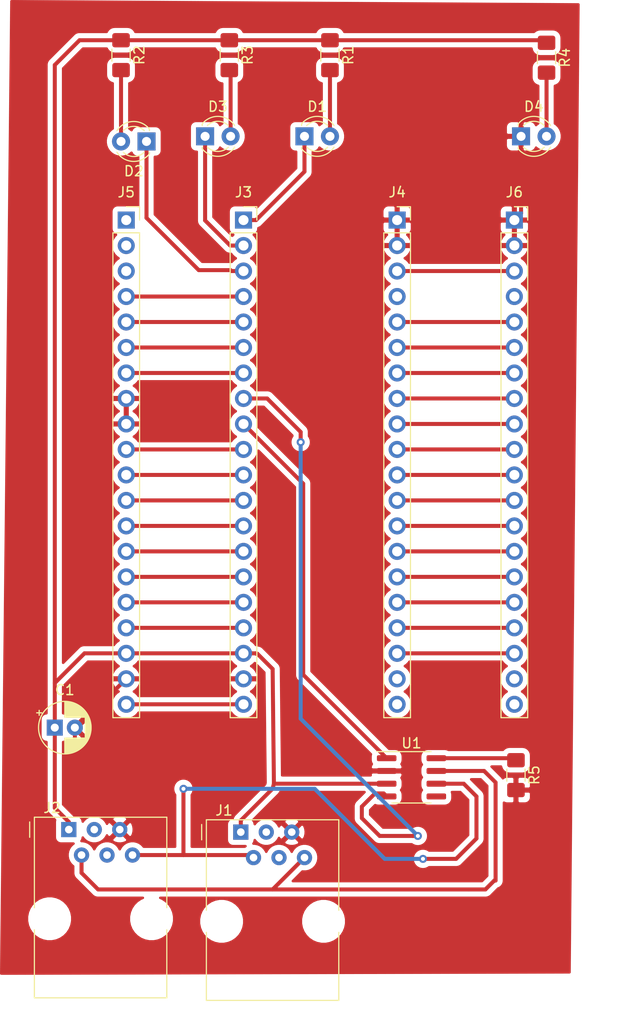
<source format=kicad_pcb>
(kicad_pcb (version 20171130) (host pcbnew 5.1.5+dfsg1-2build2)

  (general
    (thickness 1.6)
    (drawings 0)
    (tracks 132)
    (zones 0)
    (modules 17)
    (nets 56)
  )

  (page A4)
  (layers
    (0 F.Cu signal)
    (31 B.Cu signal)
    (32 B.Adhes user)
    (33 F.Adhes user)
    (34 B.Paste user)
    (35 F.Paste user)
    (36 B.SilkS user)
    (37 F.SilkS user)
    (38 B.Mask user)
    (39 F.Mask user)
    (40 Dwgs.User user)
    (41 Cmts.User user)
    (42 Eco1.User user)
    (43 Eco2.User user)
    (44 Edge.Cuts user)
    (45 Margin user)
    (46 B.CrtYd user)
    (47 F.CrtYd user)
    (48 B.Fab user)
    (49 F.Fab user)
  )

  (setup
    (last_trace_width 0.4)
    (user_trace_width 0.4)
    (trace_clearance 0.2)
    (zone_clearance 0.508)
    (zone_45_only no)
    (trace_min 0.2)
    (via_size 0.8)
    (via_drill 0.4)
    (via_min_size 0.4)
    (via_min_drill 0.3)
    (uvia_size 0.3)
    (uvia_drill 0.1)
    (uvias_allowed no)
    (uvia_min_size 0.2)
    (uvia_min_drill 0.1)
    (edge_width 0.05)
    (segment_width 0.2)
    (pcb_text_width 0.3)
    (pcb_text_size 1.5 1.5)
    (mod_edge_width 0.12)
    (mod_text_size 1 1)
    (mod_text_width 0.15)
    (pad_size 1.7 1.7)
    (pad_drill 1)
    (pad_to_mask_clearance 0.051)
    (solder_mask_min_width 0.25)
    (aux_axis_origin 0 0)
    (visible_elements FFFFFF7F)
    (pcbplotparams
      (layerselection 0x010fc_ffffffff)
      (usegerberextensions false)
      (usegerberattributes false)
      (usegerberadvancedattributes false)
      (creategerberjobfile false)
      (excludeedgelayer true)
      (linewidth 0.100000)
      (plotframeref false)
      (viasonmask false)
      (mode 1)
      (useauxorigin false)
      (hpglpennumber 1)
      (hpglpenspeed 20)
      (hpglpendiameter 15.000000)
      (psnegative false)
      (psa4output false)
      (plotreference true)
      (plotvalue true)
      (plotinvisibletext false)
      (padsonsilk false)
      (subtractmaskfromsilk false)
      (outputformat 1)
      (mirror false)
      (drillshape 1)
      (scaleselection 1)
      (outputdirectory ""))
  )

  (net 0 "")
  (net 1 +5V)
  (net 2 GND)
  (net 3 "Net-(D1-Pad2)")
  (net 4 "Net-(D2-Pad2)")
  (net 5 "Net-(D3-Pad2)")
  (net 6 "Net-(D4-Pad2)")
  (net 7 /CAN_H)
  (net 8 "Net-(J1-Pad4)")
  (net 9 "Net-(J1-Pad3)")
  (net 10 /CAN_L)
  (net 11 "Net-(J2-Pad3)")
  (net 12 "Net-(J2-Pad4)")
  (net 13 +3V3)
  (net 14 /PB9)
  (net 15 /PB8)
  (net 16 /PB7)
  (net 17 /PB6)
  (net 18 /PB5)
  (net 19 /PB4)
  (net 20 /PB3)
  (net 21 /PA15)
  (net 22 /TXD_CAN)
  (net 23 /RXD_CAN)
  (net 24 /PA10)
  (net 25 /PA9)
  (net 26 /PA8)
  (net 27 /PB15)
  (net 28 "Net-(J4-Pad4)")
  (net 29 /PB11)
  (net 30 /PB10)
  (net 31 /PB1)
  (net 32 /PB0)
  (net 33 /PA7)
  (net 34 /PA6)
  (net 35 /PA5)
  (net 36 /PA4)
  (net 37 /PA3)
  (net 38 /PA2)
  (net 39 /PA1)
  (net 40 /PA0)
  (net 41 /PC15)
  (net 42 /PC14)
  (net 43 "Net-(J4-Pad19)")
  (net 44 "Net-(J4-Pad20)")
  (net 45 "Net-(J5-Pad1)")
  (net 46 "Net-(J5-Pad2)")
  (net 47 "Net-(J5-Pad3)")
  (net 48 "Net-(J6-Pad20)")
  (net 49 "Net-(J6-Pad19)")
  (net 50 "Net-(J6-Pad4)")
  (net 51 "Net-(R5-Pad1)")
  (net 52 "Net-(U1-Pad5)")
  (net 53 /led_hardfault)
  (net 54 /led_communication)
  (net 55 /led_feedback)

  (net_class Default "Esta es la clase de red por defecto."
    (clearance 0.2)
    (trace_width 0.25)
    (via_dia 0.8)
    (via_drill 0.4)
    (uvia_dia 0.3)
    (uvia_drill 0.1)
    (add_net +3V3)
    (add_net +5V)
    (add_net /CAN_H)
    (add_net /CAN_L)
    (add_net /PA0)
    (add_net /PA1)
    (add_net /PA10)
    (add_net /PA15)
    (add_net /PA2)
    (add_net /PA3)
    (add_net /PA4)
    (add_net /PA5)
    (add_net /PA6)
    (add_net /PA7)
    (add_net /PA8)
    (add_net /PA9)
    (add_net /PB0)
    (add_net /PB1)
    (add_net /PB10)
    (add_net /PB11)
    (add_net /PB15)
    (add_net /PB3)
    (add_net /PB4)
    (add_net /PB5)
    (add_net /PB6)
    (add_net /PB7)
    (add_net /PB8)
    (add_net /PB9)
    (add_net /PC14)
    (add_net /PC15)
    (add_net /RXD_CAN)
    (add_net /TXD_CAN)
    (add_net /led_communication)
    (add_net /led_feedback)
    (add_net /led_hardfault)
    (add_net GND)
    (add_net "Net-(D1-Pad2)")
    (add_net "Net-(D2-Pad2)")
    (add_net "Net-(D3-Pad2)")
    (add_net "Net-(D4-Pad2)")
    (add_net "Net-(J1-Pad3)")
    (add_net "Net-(J1-Pad4)")
    (add_net "Net-(J2-Pad3)")
    (add_net "Net-(J2-Pad4)")
    (add_net "Net-(J4-Pad19)")
    (add_net "Net-(J4-Pad20)")
    (add_net "Net-(J4-Pad4)")
    (add_net "Net-(J5-Pad1)")
    (add_net "Net-(J5-Pad2)")
    (add_net "Net-(J5-Pad3)")
    (add_net "Net-(J6-Pad19)")
    (add_net "Net-(J6-Pad20)")
    (add_net "Net-(J6-Pad4)")
    (add_net "Net-(R5-Pad1)")
    (add_net "Net-(U1-Pad5)")
  )

  (module Capacitor_THT:CP_Radial_D5.0mm_P2.00mm (layer F.Cu) (tedit 5AE50EF0) (tstamp 62486CC4)
    (at 91.186 100.584)
    (descr "CP, Radial series, Radial, pin pitch=2.00mm, , diameter=5mm, Electrolytic Capacitor")
    (tags "CP Radial series Radial pin pitch 2.00mm  diameter 5mm Electrolytic Capacitor")
    (path /6253FBBD)
    (fp_text reference C1 (at 1 -3.75) (layer F.SilkS)
      (effects (font (size 1 1) (thickness 0.15)))
    )
    (fp_text value 100uF (at 1 3.75) (layer F.Fab)
      (effects (font (size 1 1) (thickness 0.15)))
    )
    (fp_circle (center 1 0) (end 3.5 0) (layer F.Fab) (width 0.1))
    (fp_circle (center 1 0) (end 3.62 0) (layer F.SilkS) (width 0.12))
    (fp_circle (center 1 0) (end 3.75 0) (layer F.CrtYd) (width 0.05))
    (fp_line (start -1.133605 -1.0875) (end -0.633605 -1.0875) (layer F.Fab) (width 0.1))
    (fp_line (start -0.883605 -1.3375) (end -0.883605 -0.8375) (layer F.Fab) (width 0.1))
    (fp_line (start 1 1.04) (end 1 2.58) (layer F.SilkS) (width 0.12))
    (fp_line (start 1 -2.58) (end 1 -1.04) (layer F.SilkS) (width 0.12))
    (fp_line (start 1.04 1.04) (end 1.04 2.58) (layer F.SilkS) (width 0.12))
    (fp_line (start 1.04 -2.58) (end 1.04 -1.04) (layer F.SilkS) (width 0.12))
    (fp_line (start 1.08 -2.579) (end 1.08 -1.04) (layer F.SilkS) (width 0.12))
    (fp_line (start 1.08 1.04) (end 1.08 2.579) (layer F.SilkS) (width 0.12))
    (fp_line (start 1.12 -2.578) (end 1.12 -1.04) (layer F.SilkS) (width 0.12))
    (fp_line (start 1.12 1.04) (end 1.12 2.578) (layer F.SilkS) (width 0.12))
    (fp_line (start 1.16 -2.576) (end 1.16 -1.04) (layer F.SilkS) (width 0.12))
    (fp_line (start 1.16 1.04) (end 1.16 2.576) (layer F.SilkS) (width 0.12))
    (fp_line (start 1.2 -2.573) (end 1.2 -1.04) (layer F.SilkS) (width 0.12))
    (fp_line (start 1.2 1.04) (end 1.2 2.573) (layer F.SilkS) (width 0.12))
    (fp_line (start 1.24 -2.569) (end 1.24 -1.04) (layer F.SilkS) (width 0.12))
    (fp_line (start 1.24 1.04) (end 1.24 2.569) (layer F.SilkS) (width 0.12))
    (fp_line (start 1.28 -2.565) (end 1.28 -1.04) (layer F.SilkS) (width 0.12))
    (fp_line (start 1.28 1.04) (end 1.28 2.565) (layer F.SilkS) (width 0.12))
    (fp_line (start 1.32 -2.561) (end 1.32 -1.04) (layer F.SilkS) (width 0.12))
    (fp_line (start 1.32 1.04) (end 1.32 2.561) (layer F.SilkS) (width 0.12))
    (fp_line (start 1.36 -2.556) (end 1.36 -1.04) (layer F.SilkS) (width 0.12))
    (fp_line (start 1.36 1.04) (end 1.36 2.556) (layer F.SilkS) (width 0.12))
    (fp_line (start 1.4 -2.55) (end 1.4 -1.04) (layer F.SilkS) (width 0.12))
    (fp_line (start 1.4 1.04) (end 1.4 2.55) (layer F.SilkS) (width 0.12))
    (fp_line (start 1.44 -2.543) (end 1.44 -1.04) (layer F.SilkS) (width 0.12))
    (fp_line (start 1.44 1.04) (end 1.44 2.543) (layer F.SilkS) (width 0.12))
    (fp_line (start 1.48 -2.536) (end 1.48 -1.04) (layer F.SilkS) (width 0.12))
    (fp_line (start 1.48 1.04) (end 1.48 2.536) (layer F.SilkS) (width 0.12))
    (fp_line (start 1.52 -2.528) (end 1.52 -1.04) (layer F.SilkS) (width 0.12))
    (fp_line (start 1.52 1.04) (end 1.52 2.528) (layer F.SilkS) (width 0.12))
    (fp_line (start 1.56 -2.52) (end 1.56 -1.04) (layer F.SilkS) (width 0.12))
    (fp_line (start 1.56 1.04) (end 1.56 2.52) (layer F.SilkS) (width 0.12))
    (fp_line (start 1.6 -2.511) (end 1.6 -1.04) (layer F.SilkS) (width 0.12))
    (fp_line (start 1.6 1.04) (end 1.6 2.511) (layer F.SilkS) (width 0.12))
    (fp_line (start 1.64 -2.501) (end 1.64 -1.04) (layer F.SilkS) (width 0.12))
    (fp_line (start 1.64 1.04) (end 1.64 2.501) (layer F.SilkS) (width 0.12))
    (fp_line (start 1.68 -2.491) (end 1.68 -1.04) (layer F.SilkS) (width 0.12))
    (fp_line (start 1.68 1.04) (end 1.68 2.491) (layer F.SilkS) (width 0.12))
    (fp_line (start 1.721 -2.48) (end 1.721 -1.04) (layer F.SilkS) (width 0.12))
    (fp_line (start 1.721 1.04) (end 1.721 2.48) (layer F.SilkS) (width 0.12))
    (fp_line (start 1.761 -2.468) (end 1.761 -1.04) (layer F.SilkS) (width 0.12))
    (fp_line (start 1.761 1.04) (end 1.761 2.468) (layer F.SilkS) (width 0.12))
    (fp_line (start 1.801 -2.455) (end 1.801 -1.04) (layer F.SilkS) (width 0.12))
    (fp_line (start 1.801 1.04) (end 1.801 2.455) (layer F.SilkS) (width 0.12))
    (fp_line (start 1.841 -2.442) (end 1.841 -1.04) (layer F.SilkS) (width 0.12))
    (fp_line (start 1.841 1.04) (end 1.841 2.442) (layer F.SilkS) (width 0.12))
    (fp_line (start 1.881 -2.428) (end 1.881 -1.04) (layer F.SilkS) (width 0.12))
    (fp_line (start 1.881 1.04) (end 1.881 2.428) (layer F.SilkS) (width 0.12))
    (fp_line (start 1.921 -2.414) (end 1.921 -1.04) (layer F.SilkS) (width 0.12))
    (fp_line (start 1.921 1.04) (end 1.921 2.414) (layer F.SilkS) (width 0.12))
    (fp_line (start 1.961 -2.398) (end 1.961 -1.04) (layer F.SilkS) (width 0.12))
    (fp_line (start 1.961 1.04) (end 1.961 2.398) (layer F.SilkS) (width 0.12))
    (fp_line (start 2.001 -2.382) (end 2.001 -1.04) (layer F.SilkS) (width 0.12))
    (fp_line (start 2.001 1.04) (end 2.001 2.382) (layer F.SilkS) (width 0.12))
    (fp_line (start 2.041 -2.365) (end 2.041 -1.04) (layer F.SilkS) (width 0.12))
    (fp_line (start 2.041 1.04) (end 2.041 2.365) (layer F.SilkS) (width 0.12))
    (fp_line (start 2.081 -2.348) (end 2.081 -1.04) (layer F.SilkS) (width 0.12))
    (fp_line (start 2.081 1.04) (end 2.081 2.348) (layer F.SilkS) (width 0.12))
    (fp_line (start 2.121 -2.329) (end 2.121 -1.04) (layer F.SilkS) (width 0.12))
    (fp_line (start 2.121 1.04) (end 2.121 2.329) (layer F.SilkS) (width 0.12))
    (fp_line (start 2.161 -2.31) (end 2.161 -1.04) (layer F.SilkS) (width 0.12))
    (fp_line (start 2.161 1.04) (end 2.161 2.31) (layer F.SilkS) (width 0.12))
    (fp_line (start 2.201 -2.29) (end 2.201 -1.04) (layer F.SilkS) (width 0.12))
    (fp_line (start 2.201 1.04) (end 2.201 2.29) (layer F.SilkS) (width 0.12))
    (fp_line (start 2.241 -2.268) (end 2.241 -1.04) (layer F.SilkS) (width 0.12))
    (fp_line (start 2.241 1.04) (end 2.241 2.268) (layer F.SilkS) (width 0.12))
    (fp_line (start 2.281 -2.247) (end 2.281 -1.04) (layer F.SilkS) (width 0.12))
    (fp_line (start 2.281 1.04) (end 2.281 2.247) (layer F.SilkS) (width 0.12))
    (fp_line (start 2.321 -2.224) (end 2.321 -1.04) (layer F.SilkS) (width 0.12))
    (fp_line (start 2.321 1.04) (end 2.321 2.224) (layer F.SilkS) (width 0.12))
    (fp_line (start 2.361 -2.2) (end 2.361 -1.04) (layer F.SilkS) (width 0.12))
    (fp_line (start 2.361 1.04) (end 2.361 2.2) (layer F.SilkS) (width 0.12))
    (fp_line (start 2.401 -2.175) (end 2.401 -1.04) (layer F.SilkS) (width 0.12))
    (fp_line (start 2.401 1.04) (end 2.401 2.175) (layer F.SilkS) (width 0.12))
    (fp_line (start 2.441 -2.149) (end 2.441 -1.04) (layer F.SilkS) (width 0.12))
    (fp_line (start 2.441 1.04) (end 2.441 2.149) (layer F.SilkS) (width 0.12))
    (fp_line (start 2.481 -2.122) (end 2.481 -1.04) (layer F.SilkS) (width 0.12))
    (fp_line (start 2.481 1.04) (end 2.481 2.122) (layer F.SilkS) (width 0.12))
    (fp_line (start 2.521 -2.095) (end 2.521 -1.04) (layer F.SilkS) (width 0.12))
    (fp_line (start 2.521 1.04) (end 2.521 2.095) (layer F.SilkS) (width 0.12))
    (fp_line (start 2.561 -2.065) (end 2.561 -1.04) (layer F.SilkS) (width 0.12))
    (fp_line (start 2.561 1.04) (end 2.561 2.065) (layer F.SilkS) (width 0.12))
    (fp_line (start 2.601 -2.035) (end 2.601 -1.04) (layer F.SilkS) (width 0.12))
    (fp_line (start 2.601 1.04) (end 2.601 2.035) (layer F.SilkS) (width 0.12))
    (fp_line (start 2.641 -2.004) (end 2.641 -1.04) (layer F.SilkS) (width 0.12))
    (fp_line (start 2.641 1.04) (end 2.641 2.004) (layer F.SilkS) (width 0.12))
    (fp_line (start 2.681 -1.971) (end 2.681 -1.04) (layer F.SilkS) (width 0.12))
    (fp_line (start 2.681 1.04) (end 2.681 1.971) (layer F.SilkS) (width 0.12))
    (fp_line (start 2.721 -1.937) (end 2.721 -1.04) (layer F.SilkS) (width 0.12))
    (fp_line (start 2.721 1.04) (end 2.721 1.937) (layer F.SilkS) (width 0.12))
    (fp_line (start 2.761 -1.901) (end 2.761 -1.04) (layer F.SilkS) (width 0.12))
    (fp_line (start 2.761 1.04) (end 2.761 1.901) (layer F.SilkS) (width 0.12))
    (fp_line (start 2.801 -1.864) (end 2.801 -1.04) (layer F.SilkS) (width 0.12))
    (fp_line (start 2.801 1.04) (end 2.801 1.864) (layer F.SilkS) (width 0.12))
    (fp_line (start 2.841 -1.826) (end 2.841 -1.04) (layer F.SilkS) (width 0.12))
    (fp_line (start 2.841 1.04) (end 2.841 1.826) (layer F.SilkS) (width 0.12))
    (fp_line (start 2.881 -1.785) (end 2.881 -1.04) (layer F.SilkS) (width 0.12))
    (fp_line (start 2.881 1.04) (end 2.881 1.785) (layer F.SilkS) (width 0.12))
    (fp_line (start 2.921 -1.743) (end 2.921 -1.04) (layer F.SilkS) (width 0.12))
    (fp_line (start 2.921 1.04) (end 2.921 1.743) (layer F.SilkS) (width 0.12))
    (fp_line (start 2.961 -1.699) (end 2.961 -1.04) (layer F.SilkS) (width 0.12))
    (fp_line (start 2.961 1.04) (end 2.961 1.699) (layer F.SilkS) (width 0.12))
    (fp_line (start 3.001 -1.653) (end 3.001 -1.04) (layer F.SilkS) (width 0.12))
    (fp_line (start 3.001 1.04) (end 3.001 1.653) (layer F.SilkS) (width 0.12))
    (fp_line (start 3.041 -1.605) (end 3.041 1.605) (layer F.SilkS) (width 0.12))
    (fp_line (start 3.081 -1.554) (end 3.081 1.554) (layer F.SilkS) (width 0.12))
    (fp_line (start 3.121 -1.5) (end 3.121 1.5) (layer F.SilkS) (width 0.12))
    (fp_line (start 3.161 -1.443) (end 3.161 1.443) (layer F.SilkS) (width 0.12))
    (fp_line (start 3.201 -1.383) (end 3.201 1.383) (layer F.SilkS) (width 0.12))
    (fp_line (start 3.241 -1.319) (end 3.241 1.319) (layer F.SilkS) (width 0.12))
    (fp_line (start 3.281 -1.251) (end 3.281 1.251) (layer F.SilkS) (width 0.12))
    (fp_line (start 3.321 -1.178) (end 3.321 1.178) (layer F.SilkS) (width 0.12))
    (fp_line (start 3.361 -1.098) (end 3.361 1.098) (layer F.SilkS) (width 0.12))
    (fp_line (start 3.401 -1.011) (end 3.401 1.011) (layer F.SilkS) (width 0.12))
    (fp_line (start 3.441 -0.915) (end 3.441 0.915) (layer F.SilkS) (width 0.12))
    (fp_line (start 3.481 -0.805) (end 3.481 0.805) (layer F.SilkS) (width 0.12))
    (fp_line (start 3.521 -0.677) (end 3.521 0.677) (layer F.SilkS) (width 0.12))
    (fp_line (start 3.561 -0.518) (end 3.561 0.518) (layer F.SilkS) (width 0.12))
    (fp_line (start 3.601 -0.284) (end 3.601 0.284) (layer F.SilkS) (width 0.12))
    (fp_line (start -1.804775 -1.475) (end -1.304775 -1.475) (layer F.SilkS) (width 0.12))
    (fp_line (start -1.554775 -1.725) (end -1.554775 -1.225) (layer F.SilkS) (width 0.12))
    (fp_text user %R (at 1 0) (layer F.Fab)
      (effects (font (size 1 1) (thickness 0.15)))
    )
    (pad 1 thru_hole rect (at 0 0) (size 1.6 1.6) (drill 0.8) (layers *.Cu *.Mask)
      (net 1 +5V))
    (pad 2 thru_hole circle (at 2 0) (size 1.6 1.6) (drill 0.8) (layers *.Cu *.Mask)
      (net 2 GND))
    (model ${KISYS3DMOD}/Capacitor_THT.3dshapes/CP_Radial_D5.0mm_P2.00mm.wrl
      (at (xyz 0 0 0))
      (scale (xyz 1 1 1))
      (rotate (xyz 0 0 0))
    )
  )

  (module LED_THT:LED_D3.0mm (layer F.Cu) (tedit 587A3A7B) (tstamp 62486CD7)
    (at 116.078 41.656)
    (descr "LED, diameter 3.0mm, 2 pins")
    (tags "LED diameter 3.0mm 2 pins")
    (path /5BEDAB75)
    (fp_text reference D1 (at 1.27 -2.96) (layer F.SilkS)
      (effects (font (size 1 1) (thickness 0.15)))
    )
    (fp_text value LED_hardfault_jaune (at 1.27 2.96) (layer F.Fab)
      (effects (font (size 1 1) (thickness 0.15)))
    )
    (fp_line (start 3.7 -2.25) (end -1.15 -2.25) (layer F.CrtYd) (width 0.05))
    (fp_line (start 3.7 2.25) (end 3.7 -2.25) (layer F.CrtYd) (width 0.05))
    (fp_line (start -1.15 2.25) (end 3.7 2.25) (layer F.CrtYd) (width 0.05))
    (fp_line (start -1.15 -2.25) (end -1.15 2.25) (layer F.CrtYd) (width 0.05))
    (fp_line (start -0.29 1.08) (end -0.29 1.236) (layer F.SilkS) (width 0.12))
    (fp_line (start -0.29 -1.236) (end -0.29 -1.08) (layer F.SilkS) (width 0.12))
    (fp_line (start -0.23 -1.16619) (end -0.23 1.16619) (layer F.Fab) (width 0.1))
    (fp_circle (center 1.27 0) (end 2.77 0) (layer F.Fab) (width 0.1))
    (fp_arc (start 1.27 0) (end 0.229039 1.08) (angle -87.9) (layer F.SilkS) (width 0.12))
    (fp_arc (start 1.27 0) (end 0.229039 -1.08) (angle 87.9) (layer F.SilkS) (width 0.12))
    (fp_arc (start 1.27 0) (end -0.29 1.235516) (angle -108.8) (layer F.SilkS) (width 0.12))
    (fp_arc (start 1.27 0) (end -0.29 -1.235516) (angle 108.8) (layer F.SilkS) (width 0.12))
    (fp_arc (start 1.27 0) (end -0.23 -1.16619) (angle 284.3) (layer F.Fab) (width 0.1))
    (pad 2 thru_hole circle (at 2.54 0) (size 1.8 1.8) (drill 0.9) (layers *.Cu *.Mask)
      (net 3 "Net-(D1-Pad2)"))
    (pad 1 thru_hole rect (at 0 0) (size 1.8 1.8) (drill 0.9) (layers *.Cu *.Mask)
      (net 53 /led_hardfault))
    (model ${KISYS3DMOD}/LED_THT.3dshapes/LED_D3.0mm.wrl
      (at (xyz 0 0 0))
      (scale (xyz 1 1 1))
      (rotate (xyz 0 0 0))
    )
  )

  (module LED_THT:LED_D3.0mm (layer F.Cu) (tedit 587A3A7B) (tstamp 62486CEA)
    (at 100.33 42.164 180)
    (descr "LED, diameter 3.0mm, 2 pins")
    (tags "LED diameter 3.0mm 2 pins")
    (path /5C36A160)
    (fp_text reference D2 (at 1.27 -2.96) (layer F.SilkS)
      (effects (font (size 1 1) (thickness 0.15)))
    )
    (fp_text value LED_communication_vert (at 1.27 2.96) (layer F.Fab)
      (effects (font (size 1 1) (thickness 0.15)))
    )
    (fp_line (start 3.7 -2.25) (end -1.15 -2.25) (layer F.CrtYd) (width 0.05))
    (fp_line (start 3.7 2.25) (end 3.7 -2.25) (layer F.CrtYd) (width 0.05))
    (fp_line (start -1.15 2.25) (end 3.7 2.25) (layer F.CrtYd) (width 0.05))
    (fp_line (start -1.15 -2.25) (end -1.15 2.25) (layer F.CrtYd) (width 0.05))
    (fp_line (start -0.29 1.08) (end -0.29 1.236) (layer F.SilkS) (width 0.12))
    (fp_line (start -0.29 -1.236) (end -0.29 -1.08) (layer F.SilkS) (width 0.12))
    (fp_line (start -0.23 -1.16619) (end -0.23 1.16619) (layer F.Fab) (width 0.1))
    (fp_circle (center 1.27 0) (end 2.77 0) (layer F.Fab) (width 0.1))
    (fp_arc (start 1.27 0) (end 0.229039 1.08) (angle -87.9) (layer F.SilkS) (width 0.12))
    (fp_arc (start 1.27 0) (end 0.229039 -1.08) (angle 87.9) (layer F.SilkS) (width 0.12))
    (fp_arc (start 1.27 0) (end -0.29 1.235516) (angle -108.8) (layer F.SilkS) (width 0.12))
    (fp_arc (start 1.27 0) (end -0.29 -1.235516) (angle 108.8) (layer F.SilkS) (width 0.12))
    (fp_arc (start 1.27 0) (end -0.23 -1.16619) (angle 284.3) (layer F.Fab) (width 0.1))
    (pad 2 thru_hole circle (at 2.54 0 180) (size 1.8 1.8) (drill 0.9) (layers *.Cu *.Mask)
      (net 4 "Net-(D2-Pad2)"))
    (pad 1 thru_hole rect (at 0 0 180) (size 1.8 1.8) (drill 0.9) (layers *.Cu *.Mask)
      (net 54 /led_communication))
    (model ${KISYS3DMOD}/LED_THT.3dshapes/LED_D3.0mm.wrl
      (at (xyz 0 0 0))
      (scale (xyz 1 1 1))
      (rotate (xyz 0 0 0))
    )
  )

  (module LED_THT:LED_D3.0mm (layer F.Cu) (tedit 587A3A7B) (tstamp 62486CFD)
    (at 106.172 41.656)
    (descr "LED, diameter 3.0mm, 2 pins")
    (tags "LED diameter 3.0mm 2 pins")
    (path /5C36B30F)
    (fp_text reference D3 (at 1.27 -2.96) (layer F.SilkS)
      (effects (font (size 1 1) (thickness 0.15)))
    )
    (fp_text value LED_ucontrolleur_vert (at 1.27 2.96) (layer F.Fab)
      (effects (font (size 1 1) (thickness 0.15)))
    )
    (fp_arc (start 1.27 0) (end -0.23 -1.16619) (angle 284.3) (layer F.Fab) (width 0.1))
    (fp_arc (start 1.27 0) (end -0.29 -1.235516) (angle 108.8) (layer F.SilkS) (width 0.12))
    (fp_arc (start 1.27 0) (end -0.29 1.235516) (angle -108.8) (layer F.SilkS) (width 0.12))
    (fp_arc (start 1.27 0) (end 0.229039 -1.08) (angle 87.9) (layer F.SilkS) (width 0.12))
    (fp_arc (start 1.27 0) (end 0.229039 1.08) (angle -87.9) (layer F.SilkS) (width 0.12))
    (fp_circle (center 1.27 0) (end 2.77 0) (layer F.Fab) (width 0.1))
    (fp_line (start -0.23 -1.16619) (end -0.23 1.16619) (layer F.Fab) (width 0.1))
    (fp_line (start -0.29 -1.236) (end -0.29 -1.08) (layer F.SilkS) (width 0.12))
    (fp_line (start -0.29 1.08) (end -0.29 1.236) (layer F.SilkS) (width 0.12))
    (fp_line (start -1.15 -2.25) (end -1.15 2.25) (layer F.CrtYd) (width 0.05))
    (fp_line (start -1.15 2.25) (end 3.7 2.25) (layer F.CrtYd) (width 0.05))
    (fp_line (start 3.7 2.25) (end 3.7 -2.25) (layer F.CrtYd) (width 0.05))
    (fp_line (start 3.7 -2.25) (end -1.15 -2.25) (layer F.CrtYd) (width 0.05))
    (pad 1 thru_hole rect (at 0 0) (size 1.8 1.8) (drill 0.9) (layers *.Cu *.Mask)
      (net 55 /led_feedback))
    (pad 2 thru_hole circle (at 2.54 0) (size 1.8 1.8) (drill 0.9) (layers *.Cu *.Mask)
      (net 5 "Net-(D3-Pad2)"))
    (model ${KISYS3DMOD}/LED_THT.3dshapes/LED_D3.0mm.wrl
      (at (xyz 0 0 0))
      (scale (xyz 1 1 1))
      (rotate (xyz 0 0 0))
    )
  )

  (module LED_THT:LED_D3.0mm (layer F.Cu) (tedit 587A3A7B) (tstamp 62486D10)
    (at 137.668 41.656)
    (descr "LED, diameter 3.0mm, 2 pins")
    (tags "LED diameter 3.0mm 2 pins")
    (path /5C36B337)
    (fp_text reference D4 (at 1.27 -2.96) (layer F.SilkS)
      (effects (font (size 1 1) (thickness 0.15)))
    )
    (fp_text value LED_alimentation_rouge (at 1.27 2.96) (layer F.Fab)
      (effects (font (size 1 1) (thickness 0.15)))
    )
    (fp_arc (start 1.27 0) (end -0.23 -1.16619) (angle 284.3) (layer F.Fab) (width 0.1))
    (fp_arc (start 1.27 0) (end -0.29 -1.235516) (angle 108.8) (layer F.SilkS) (width 0.12))
    (fp_arc (start 1.27 0) (end -0.29 1.235516) (angle -108.8) (layer F.SilkS) (width 0.12))
    (fp_arc (start 1.27 0) (end 0.229039 -1.08) (angle 87.9) (layer F.SilkS) (width 0.12))
    (fp_arc (start 1.27 0) (end 0.229039 1.08) (angle -87.9) (layer F.SilkS) (width 0.12))
    (fp_circle (center 1.27 0) (end 2.77 0) (layer F.Fab) (width 0.1))
    (fp_line (start -0.23 -1.16619) (end -0.23 1.16619) (layer F.Fab) (width 0.1))
    (fp_line (start -0.29 -1.236) (end -0.29 -1.08) (layer F.SilkS) (width 0.12))
    (fp_line (start -0.29 1.08) (end -0.29 1.236) (layer F.SilkS) (width 0.12))
    (fp_line (start -1.15 -2.25) (end -1.15 2.25) (layer F.CrtYd) (width 0.05))
    (fp_line (start -1.15 2.25) (end 3.7 2.25) (layer F.CrtYd) (width 0.05))
    (fp_line (start 3.7 2.25) (end 3.7 -2.25) (layer F.CrtYd) (width 0.05))
    (fp_line (start 3.7 -2.25) (end -1.15 -2.25) (layer F.CrtYd) (width 0.05))
    (pad 1 thru_hole rect (at 0 0) (size 1.8 1.8) (drill 0.9) (layers *.Cu *.Mask)
      (net 2 GND))
    (pad 2 thru_hole circle (at 2.54 0) (size 1.8 1.8) (drill 0.9) (layers *.Cu *.Mask)
      (net 6 "Net-(D4-Pad2)"))
    (model ${KISYS3DMOD}/LED_THT.3dshapes/LED_D3.0mm.wrl
      (at (xyz 0 0 0))
      (scale (xyz 1 1 1))
      (rotate (xyz 0 0 0))
    )
  )

  (module Connector_RJ:RJ12_Amphenol_54601 (layer F.Cu) (tedit 5AE2E32D) (tstamp 62486D32)
    (at 109.728 110.998)
    (descr "RJ12 connector  https://cdn.amphenol-icc.com/media/wysiwyg/files/drawing/c-bmj-0082.pdf")
    (tags "RJ12 connector")
    (path /624EDE82)
    (fp_text reference J1 (at -1.67 -2.16) (layer F.SilkS)
      (effects (font (size 1 1) (thickness 0.15)))
    )
    (fp_text value RJ12 (at 3.54 18.3) (layer F.Fab)
      (effects (font (size 1 1) (thickness 0.15)))
    )
    (fp_line (start -3.43 -0.48) (end -3.43 -1.23) (layer F.Fab) (width 0.1))
    (fp_line (start -2.93 0.02) (end -3.43 -0.48) (layer F.Fab) (width 0.1))
    (fp_line (start -3.43 0.52) (end -2.93 0.02) (layer F.Fab) (width 0.1))
    (fp_line (start -3.9 0.77) (end -3.9 -0.76) (layer F.SilkS) (width 0.12))
    (fp_line (start -3.43 7.79) (end -3.43 -1.23) (layer F.SilkS) (width 0.12))
    (fp_line (start -3.43 7.72) (end -3.43 7.79) (layer F.SilkS) (width 0.1))
    (fp_line (start -3.43 16.77) (end -3.43 9.99) (layer F.SilkS) (width 0.12))
    (fp_line (start 9.77 16.77) (end -3.43 16.77) (layer F.SilkS) (width 0.12))
    (fp_line (start 9.77 16.76) (end 9.77 16.77) (layer F.SilkS) (width 0.1))
    (fp_line (start 9.77 16.77) (end 9.77 9.99) (layer F.SilkS) (width 0.12))
    (fp_line (start 9.77 16.65) (end 9.77 16.77) (layer F.SilkS) (width 0.1))
    (fp_line (start 9.77 -1.23) (end 9.77 7.79) (layer F.SilkS) (width 0.12))
    (fp_line (start -3.43 -1.23) (end 9.77 -1.23) (layer F.SilkS) (width 0.12))
    (fp_line (start -4.04 17.27) (end -4.04 -1.73) (layer F.CrtYd) (width 0.05))
    (fp_line (start 10.38 17.27) (end -4.04 17.27) (layer F.CrtYd) (width 0.05))
    (fp_line (start 10.38 -1.73) (end 10.38 17.27) (layer F.CrtYd) (width 0.05))
    (fp_line (start -4.04 -1.73) (end 10.38 -1.73) (layer F.CrtYd) (width 0.05))
    (fp_line (start 9.77 16.77) (end -3.43 16.77) (layer F.Fab) (width 0.1))
    (fp_line (start 9.77 -1.23) (end 9.77 16.77) (layer F.Fab) (width 0.1))
    (fp_line (start -3.43 -1.23) (end 9.77 -1.23) (layer F.Fab) (width 0.1))
    (fp_line (start -3.43 16.77) (end -3.43 0.52) (layer F.Fab) (width 0.1))
    (fp_text user %R (at 3.16 7.76) (layer F.Fab)
      (effects (font (size 1 1) (thickness 0.15)))
    )
    (pad "" np_thru_hole circle (at 8.25 8.89) (size 3.25 3.25) (drill 3.25) (layers *.Cu *.Mask))
    (pad 6 thru_hole circle (at 6.35 2.54) (size 1.52 1.52) (drill 0.76) (layers *.Cu *.Mask)
      (net 7 /CAN_H))
    (pad 5 thru_hole circle (at 5.08 0) (size 1.52 1.52) (drill 0.76) (layers *.Cu *.Mask)
      (net 2 GND))
    (pad 4 thru_hole circle (at 3.81 2.54) (size 1.52 1.52) (drill 0.76) (layers *.Cu *.Mask)
      (net 8 "Net-(J1-Pad4)"))
    (pad 3 thru_hole circle (at 2.54 0) (size 1.52 1.52) (drill 0.76) (layers *.Cu *.Mask)
      (net 9 "Net-(J1-Pad3)"))
    (pad 2 thru_hole circle (at 1.27 2.54) (size 1.52 1.52) (drill 0.76) (layers *.Cu *.Mask)
      (net 10 /CAN_L))
    (pad "" np_thru_hole circle (at -1.91 8.89) (size 3.25 3.25) (drill 3.25) (layers *.Cu *.Mask))
    (pad 1 thru_hole rect (at 0 0) (size 1.52 1.52) (drill 0.76) (layers *.Cu *.Mask)
      (net 1 +5V))
    (model ${KISYS3DMOD}/Connector_RJ.3dshapes/RJ12_Amphenol_54601.wrl
      (at (xyz 0 0 0))
      (scale (xyz 1 1 1))
      (rotate (xyz 0 0 0))
    )
  )

  (module Connector_RJ:RJ12_Amphenol_54601 (layer F.Cu) (tedit 5AE2E32D) (tstamp 62486D54)
    (at 92.583 110.744)
    (descr "RJ12 connector  https://cdn.amphenol-icc.com/media/wysiwyg/files/drawing/c-bmj-0082.pdf")
    (tags "RJ12 connector")
    (path /625612FC)
    (fp_text reference J2 (at -1.67 -2.16) (layer F.SilkS)
      (effects (font (size 1 1) (thickness 0.15)))
    )
    (fp_text value RJ12 (at 3.54 18.3) (layer F.Fab)
      (effects (font (size 1 1) (thickness 0.15)))
    )
    (fp_text user %R (at 3.16 7.76) (layer F.Fab)
      (effects (font (size 1 1) (thickness 0.15)))
    )
    (fp_line (start -3.43 16.77) (end -3.43 0.52) (layer F.Fab) (width 0.1))
    (fp_line (start -3.43 -1.23) (end 9.77 -1.23) (layer F.Fab) (width 0.1))
    (fp_line (start 9.77 -1.23) (end 9.77 16.77) (layer F.Fab) (width 0.1))
    (fp_line (start 9.77 16.77) (end -3.43 16.77) (layer F.Fab) (width 0.1))
    (fp_line (start -4.04 -1.73) (end 10.38 -1.73) (layer F.CrtYd) (width 0.05))
    (fp_line (start 10.38 -1.73) (end 10.38 17.27) (layer F.CrtYd) (width 0.05))
    (fp_line (start 10.38 17.27) (end -4.04 17.27) (layer F.CrtYd) (width 0.05))
    (fp_line (start -4.04 17.27) (end -4.04 -1.73) (layer F.CrtYd) (width 0.05))
    (fp_line (start -3.43 -1.23) (end 9.77 -1.23) (layer F.SilkS) (width 0.12))
    (fp_line (start 9.77 -1.23) (end 9.77 7.79) (layer F.SilkS) (width 0.12))
    (fp_line (start 9.77 16.65) (end 9.77 16.77) (layer F.SilkS) (width 0.1))
    (fp_line (start 9.77 16.77) (end 9.77 9.99) (layer F.SilkS) (width 0.12))
    (fp_line (start 9.77 16.76) (end 9.77 16.77) (layer F.SilkS) (width 0.1))
    (fp_line (start 9.77 16.77) (end -3.43 16.77) (layer F.SilkS) (width 0.12))
    (fp_line (start -3.43 16.77) (end -3.43 9.99) (layer F.SilkS) (width 0.12))
    (fp_line (start -3.43 7.72) (end -3.43 7.79) (layer F.SilkS) (width 0.1))
    (fp_line (start -3.43 7.79) (end -3.43 -1.23) (layer F.SilkS) (width 0.12))
    (fp_line (start -3.9 0.77) (end -3.9 -0.76) (layer F.SilkS) (width 0.12))
    (fp_line (start -3.43 0.52) (end -2.93 0.02) (layer F.Fab) (width 0.1))
    (fp_line (start -2.93 0.02) (end -3.43 -0.48) (layer F.Fab) (width 0.1))
    (fp_line (start -3.43 -0.48) (end -3.43 -1.23) (layer F.Fab) (width 0.1))
    (pad 1 thru_hole rect (at 0 0) (size 1.52 1.52) (drill 0.76) (layers *.Cu *.Mask)
      (net 1 +5V))
    (pad "" np_thru_hole circle (at -1.91 8.89) (size 3.25 3.25) (drill 3.25) (layers *.Cu *.Mask))
    (pad 2 thru_hole circle (at 1.27 2.54) (size 1.52 1.52) (drill 0.76) (layers *.Cu *.Mask)
      (net 7 /CAN_H))
    (pad 3 thru_hole circle (at 2.54 0) (size 1.52 1.52) (drill 0.76) (layers *.Cu *.Mask)
      (net 11 "Net-(J2-Pad3)"))
    (pad 4 thru_hole circle (at 3.81 2.54) (size 1.52 1.52) (drill 0.76) (layers *.Cu *.Mask)
      (net 12 "Net-(J2-Pad4)"))
    (pad 5 thru_hole circle (at 5.08 0) (size 1.52 1.52) (drill 0.76) (layers *.Cu *.Mask)
      (net 2 GND))
    (pad 6 thru_hole circle (at 6.35 2.54) (size 1.52 1.52) (drill 0.76) (layers *.Cu *.Mask)
      (net 10 /CAN_L))
    (pad "" np_thru_hole circle (at 8.25 8.89) (size 3.25 3.25) (drill 3.25) (layers *.Cu *.Mask))
    (model ${KISYS3DMOD}/Connector_RJ.3dshapes/RJ12_Amphenol_54601.wrl
      (at (xyz 0 0 0))
      (scale (xyz 1 1 1))
      (rotate (xyz 0 0 0))
    )
  )

  (module Connector_PinSocket_2.54mm:PinSocket_1x20_P2.54mm_Vertical (layer F.Cu) (tedit 62486066) (tstamp 62486D7C)
    (at 110 50)
    (descr "Through hole straight socket strip, 1x20, 2.54mm pitch, single row (from Kicad 4.0.7), script generated")
    (tags "Through hole socket strip THT 1x20 2.54mm single row")
    (path /5C0965A6)
    (fp_text reference J3 (at 0 -2.77) (layer F.SilkS)
      (effects (font (size 1 1) (thickness 0.15)))
    )
    (fp_text value "Connecteur Gauche" (at 0 51.03) (layer F.Fab)
      (effects (font (size 1 1) (thickness 0.15)))
    )
    (fp_text user %R (at 0 24.13 90) (layer F.Fab)
      (effects (font (size 1 1) (thickness 0.15)))
    )
    (fp_line (start -1.8 50) (end -1.8 -1.8) (layer F.CrtYd) (width 0.05))
    (fp_line (start 1.75 50) (end -1.8 50) (layer F.CrtYd) (width 0.05))
    (fp_line (start 1.75 -1.8) (end 1.75 50) (layer F.CrtYd) (width 0.05))
    (fp_line (start -1.8 -1.8) (end 1.75 -1.8) (layer F.CrtYd) (width 0.05))
    (fp_line (start 0 -1.33) (end 1.33 -1.33) (layer F.SilkS) (width 0.12))
    (fp_line (start 1.33 -1.33) (end 1.33 0) (layer F.SilkS) (width 0.12))
    (fp_line (start 1.33 1.27) (end 1.33 49.59) (layer F.SilkS) (width 0.12))
    (fp_line (start -1.33 49.59) (end 1.33 49.59) (layer F.SilkS) (width 0.12))
    (fp_line (start -1.33 1.27) (end -1.33 49.59) (layer F.SilkS) (width 0.12))
    (fp_line (start -1.33 1.27) (end 1.33 1.27) (layer F.SilkS) (width 0.12))
    (fp_line (start -1.27 49.53) (end -1.27 -1.27) (layer F.Fab) (width 0.1))
    (fp_line (start 1.27 49.53) (end -1.27 49.53) (layer F.Fab) (width 0.1))
    (fp_line (start 1.27 -0.635) (end 1.27 49.53) (layer F.Fab) (width 0.1))
    (fp_line (start 0.635 -1.27) (end 1.27 -0.635) (layer F.Fab) (width 0.1))
    (fp_line (start -1.27 -1.27) (end 0.635 -1.27) (layer F.Fab) (width 0.1))
    (pad 20 thru_hole oval (at 0 48.26) (size 1.7 1.7) (drill 1) (layers *.Cu *.Mask)
      (net 13 +3V3))
    (pad 19 thru_hole oval (at 0 45.72) (size 1.7 1.7) (drill 1) (layers *.Cu *.Mask)
      (net 2 GND))
    (pad 18 thru_hole oval (at 0 43.18) (size 1.7 1.7) (drill 1) (layers *.Cu *.Mask)
      (net 1 +5V))
    (pad 17 thru_hole oval (at 0 40.64) (size 1.7 1.7) (drill 1) (layers *.Cu *.Mask)
      (net 14 /PB9))
    (pad 16 thru_hole oval (at 0 38.1) (size 1.7 1.7) (drill 1) (layers *.Cu *.Mask)
      (net 15 /PB8))
    (pad 15 thru_hole oval (at 0 35.56) (size 1.7 1.7) (drill 1) (layers *.Cu *.Mask)
      (net 16 /PB7))
    (pad 14 thru_hole oval (at 0 33.02) (size 1.7 1.7) (drill 1) (layers *.Cu *.Mask)
      (net 17 /PB6))
    (pad 13 thru_hole oval (at 0 30.48) (size 1.7 1.7) (drill 1) (layers *.Cu *.Mask)
      (net 18 /PB5))
    (pad 12 thru_hole oval (at 0 27.94) (size 1.7 1.7) (drill 1) (layers *.Cu *.Mask)
      (net 19 /PB4))
    (pad 11 thru_hole oval (at 0 25.4) (size 1.7 1.7) (drill 1) (layers *.Cu *.Mask)
      (net 20 /PB3))
    (pad 10 thru_hole oval (at 0 22.86) (size 1.7 1.7) (drill 1) (layers *.Cu *.Mask)
      (net 21 /PA15))
    (pad 9 thru_hole oval (at 0 20.32) (size 1.7 1.7) (drill 1) (layers *.Cu *.Mask)
      (net 22 /TXD_CAN))
    (pad 8 thru_hole oval (at 0 17.78) (size 1.7 1.7) (drill 1) (layers *.Cu *.Mask)
      (net 23 /RXD_CAN))
    (pad 7 thru_hole oval (at 0 15.24) (size 1.7 1.7) (drill 1) (layers *.Cu *.Mask)
      (net 24 /PA10))
    (pad 6 thru_hole oval (at 0 12.7) (size 1.7 1.7) (drill 1) (layers *.Cu *.Mask)
      (net 25 /PA9))
    (pad 5 thru_hole oval (at 0 10.16) (size 1.7 1.7) (drill 1) (layers *.Cu *.Mask)
      (net 26 /PA8))
    (pad 4 thru_hole oval (at 0 7.62) (size 1.7 1.7) (drill 1) (layers *.Cu *.Mask)
      (net 27 /PB15))
    (pad 3 thru_hole oval (at 0 5.08) (size 1.7 1.7) (drill 1) (layers *.Cu *.Mask)
      (net 54 /led_communication))
    (pad 2 thru_hole oval (at 0 2.54) (size 1.7 1.7) (drill 1) (layers *.Cu *.Mask)
      (net 55 /led_feedback))
    (pad 1 thru_hole rect (at 0 0) (size 1.7 1.7) (drill 1) (layers *.Cu *.Mask)
      (net 53 /led_hardfault))
    (model ${KISYS3DMOD}/Connector_PinSocket_2.54mm.3dshapes/PinSocket_1x20_P2.54mm_Vertical.wrl
      (at (xyz 0 0 0))
      (scale (xyz 1 1 1))
      (rotate (xyz 0 0 0))
    )
  )

  (module Connector_PinSocket_2.54mm:PinSocket_1x20_P2.54mm_Vertical (layer F.Cu) (tedit 5A19A41E) (tstamp 62486DA4)
    (at 125.314 50)
    (descr "Through hole straight socket strip, 1x20, 2.54mm pitch, single row (from Kicad 4.0.7), script generated")
    (tags "Through hole socket strip THT 1x20 2.54mm single row")
    (path /5C096C54)
    (fp_text reference J4 (at 0 -2.77) (layer F.SilkS)
      (effects (font (size 1 1) (thickness 0.15)))
    )
    (fp_text value "Connecteur Droit" (at 0 51.03) (layer F.Fab)
      (effects (font (size 1 1) (thickness 0.15)))
    )
    (fp_line (start -1.27 -1.27) (end 0.635 -1.27) (layer F.Fab) (width 0.1))
    (fp_line (start 0.635 -1.27) (end 1.27 -0.635) (layer F.Fab) (width 0.1))
    (fp_line (start 1.27 -0.635) (end 1.27 49.53) (layer F.Fab) (width 0.1))
    (fp_line (start 1.27 49.53) (end -1.27 49.53) (layer F.Fab) (width 0.1))
    (fp_line (start -1.27 49.53) (end -1.27 -1.27) (layer F.Fab) (width 0.1))
    (fp_line (start -1.33 1.27) (end 1.33 1.27) (layer F.SilkS) (width 0.12))
    (fp_line (start -1.33 1.27) (end -1.33 49.59) (layer F.SilkS) (width 0.12))
    (fp_line (start -1.33 49.59) (end 1.33 49.59) (layer F.SilkS) (width 0.12))
    (fp_line (start 1.33 1.27) (end 1.33 49.59) (layer F.SilkS) (width 0.12))
    (fp_line (start 1.33 -1.33) (end 1.33 0) (layer F.SilkS) (width 0.12))
    (fp_line (start 0 -1.33) (end 1.33 -1.33) (layer F.SilkS) (width 0.12))
    (fp_line (start -1.8 -1.8) (end 1.75 -1.8) (layer F.CrtYd) (width 0.05))
    (fp_line (start 1.75 -1.8) (end 1.75 50) (layer F.CrtYd) (width 0.05))
    (fp_line (start 1.75 50) (end -1.8 50) (layer F.CrtYd) (width 0.05))
    (fp_line (start -1.8 50) (end -1.8 -1.8) (layer F.CrtYd) (width 0.05))
    (fp_text user %R (at 0 24.13 90) (layer F.Fab)
      (effects (font (size 1 1) (thickness 0.15)))
    )
    (pad 1 thru_hole rect (at 0 0) (size 1.7 1.7) (drill 1) (layers *.Cu *.Mask)
      (net 2 GND))
    (pad 2 thru_hole oval (at 0 2.54) (size 1.7 1.7) (drill 1) (layers *.Cu *.Mask)
      (net 2 GND))
    (pad 3 thru_hole oval (at 0 5.08) (size 1.7 1.7) (drill 1) (layers *.Cu *.Mask)
      (net 13 +3V3))
    (pad 4 thru_hole oval (at 0 7.62) (size 1.7 1.7) (drill 1) (layers *.Cu *.Mask)
      (net 28 "Net-(J4-Pad4)"))
    (pad 5 thru_hole oval (at 0 10.16) (size 1.7 1.7) (drill 1) (layers *.Cu *.Mask)
      (net 29 /PB11))
    (pad 6 thru_hole oval (at 0 12.7) (size 1.7 1.7) (drill 1) (layers *.Cu *.Mask)
      (net 30 /PB10))
    (pad 7 thru_hole oval (at 0 15.24) (size 1.7 1.7) (drill 1) (layers *.Cu *.Mask)
      (net 31 /PB1))
    (pad 8 thru_hole oval (at 0 17.78) (size 1.7 1.7) (drill 1) (layers *.Cu *.Mask)
      (net 32 /PB0))
    (pad 9 thru_hole oval (at 0 20.32) (size 1.7 1.7) (drill 1) (layers *.Cu *.Mask)
      (net 33 /PA7))
    (pad 10 thru_hole oval (at 0 22.86) (size 1.7 1.7) (drill 1) (layers *.Cu *.Mask)
      (net 34 /PA6))
    (pad 11 thru_hole oval (at 0 25.4) (size 1.7 1.7) (drill 1) (layers *.Cu *.Mask)
      (net 35 /PA5))
    (pad 12 thru_hole oval (at 0 27.94) (size 1.7 1.7) (drill 1) (layers *.Cu *.Mask)
      (net 36 /PA4))
    (pad 13 thru_hole oval (at 0 30.48) (size 1.7 1.7) (drill 1) (layers *.Cu *.Mask)
      (net 37 /PA3))
    (pad 14 thru_hole oval (at 0 33.02) (size 1.7 1.7) (drill 1) (layers *.Cu *.Mask)
      (net 38 /PA2))
    (pad 15 thru_hole oval (at 0 35.56) (size 1.7 1.7) (drill 1) (layers *.Cu *.Mask)
      (net 39 /PA1))
    (pad 16 thru_hole oval (at 0 38.1) (size 1.7 1.7) (drill 1) (layers *.Cu *.Mask)
      (net 40 /PA0))
    (pad 17 thru_hole oval (at 0 40.64) (size 1.7 1.7) (drill 1) (layers *.Cu *.Mask)
      (net 41 /PC15))
    (pad 18 thru_hole oval (at 0 43.18) (size 1.7 1.7) (drill 1) (layers *.Cu *.Mask)
      (net 42 /PC14))
    (pad 19 thru_hole oval (at 0 45.72) (size 1.7 1.7) (drill 1) (layers *.Cu *.Mask)
      (net 43 "Net-(J4-Pad19)"))
    (pad 20 thru_hole oval (at 0 48.26) (size 1.7 1.7) (drill 1) (layers *.Cu *.Mask)
      (net 44 "Net-(J4-Pad20)"))
    (model ${KISYS3DMOD}/Connector_PinSocket_2.54mm.3dshapes/PinSocket_1x20_P2.54mm_Vertical.wrl
      (at (xyz 0 0 0))
      (scale (xyz 1 1 1))
      (rotate (xyz 0 0 0))
    )
  )

  (module Connector_PinSocket_2.54mm:PinSocket_1x20_P2.54mm_Vertical (layer F.Cu) (tedit 5A19A41E) (tstamp 62486DCC)
    (at 98.31 50)
    (descr "Through hole straight socket strip, 1x20, 2.54mm pitch, single row (from Kicad 4.0.7), script generated")
    (tags "Through hole socket strip THT 1x20 2.54mm single row")
    (path /625CB0BD)
    (fp_text reference J5 (at 0 -2.77) (layer F.SilkS)
      (effects (font (size 1 1) (thickness 0.15)))
    )
    (fp_text value "Connecteur sortie Gauche" (at 0 51.03) (layer F.Fab)
      (effects (font (size 1 1) (thickness 0.15)))
    )
    (fp_line (start -1.27 -1.27) (end 0.635 -1.27) (layer F.Fab) (width 0.1))
    (fp_line (start 0.635 -1.27) (end 1.27 -0.635) (layer F.Fab) (width 0.1))
    (fp_line (start 1.27 -0.635) (end 1.27 49.53) (layer F.Fab) (width 0.1))
    (fp_line (start 1.27 49.53) (end -1.27 49.53) (layer F.Fab) (width 0.1))
    (fp_line (start -1.27 49.53) (end -1.27 -1.27) (layer F.Fab) (width 0.1))
    (fp_line (start -1.33 1.27) (end 1.33 1.27) (layer F.SilkS) (width 0.12))
    (fp_line (start -1.33 1.27) (end -1.33 49.59) (layer F.SilkS) (width 0.12))
    (fp_line (start -1.33 49.59) (end 1.33 49.59) (layer F.SilkS) (width 0.12))
    (fp_line (start 1.33 1.27) (end 1.33 49.59) (layer F.SilkS) (width 0.12))
    (fp_line (start 1.33 -1.33) (end 1.33 0) (layer F.SilkS) (width 0.12))
    (fp_line (start 0 -1.33) (end 1.33 -1.33) (layer F.SilkS) (width 0.12))
    (fp_line (start -1.8 -1.8) (end 1.75 -1.8) (layer F.CrtYd) (width 0.05))
    (fp_line (start 1.75 -1.8) (end 1.75 50) (layer F.CrtYd) (width 0.05))
    (fp_line (start 1.75 50) (end -1.8 50) (layer F.CrtYd) (width 0.05))
    (fp_line (start -1.8 50) (end -1.8 -1.8) (layer F.CrtYd) (width 0.05))
    (fp_text user %R (at 0 24.13 90) (layer F.Fab)
      (effects (font (size 1 1) (thickness 0.15)))
    )
    (pad 1 thru_hole rect (at 0 0) (size 1.7 1.7) (drill 1) (layers *.Cu *.Mask)
      (net 45 "Net-(J5-Pad1)"))
    (pad 2 thru_hole oval (at 0 2.54) (size 1.7 1.7) (drill 1) (layers *.Cu *.Mask)
      (net 46 "Net-(J5-Pad2)"))
    (pad 3 thru_hole oval (at 0 5.08) (size 1.7 1.7) (drill 1) (layers *.Cu *.Mask)
      (net 47 "Net-(J5-Pad3)"))
    (pad 4 thru_hole oval (at 0 7.62) (size 1.7 1.7) (drill 1) (layers *.Cu *.Mask)
      (net 27 /PB15))
    (pad 5 thru_hole oval (at 0 10.16) (size 1.7 1.7) (drill 1) (layers *.Cu *.Mask)
      (net 26 /PA8))
    (pad 6 thru_hole oval (at 0 12.7) (size 1.7 1.7) (drill 1) (layers *.Cu *.Mask)
      (net 25 /PA9))
    (pad 7 thru_hole oval (at 0 15.24) (size 1.7 1.7) (drill 1) (layers *.Cu *.Mask)
      (net 24 /PA10))
    (pad 8 thru_hole oval (at 0 17.78) (size 1.7 1.7) (drill 1) (layers *.Cu *.Mask)
      (net 2 GND))
    (pad 9 thru_hole oval (at 0 20.32) (size 1.7 1.7) (drill 1) (layers *.Cu *.Mask)
      (net 2 GND))
    (pad 10 thru_hole oval (at 0 22.86) (size 1.7 1.7) (drill 1) (layers *.Cu *.Mask)
      (net 21 /PA15))
    (pad 11 thru_hole oval (at 0 25.4) (size 1.7 1.7) (drill 1) (layers *.Cu *.Mask)
      (net 20 /PB3))
    (pad 12 thru_hole oval (at 0 27.94) (size 1.7 1.7) (drill 1) (layers *.Cu *.Mask)
      (net 19 /PB4))
    (pad 13 thru_hole oval (at 0 30.48) (size 1.7 1.7) (drill 1) (layers *.Cu *.Mask)
      (net 18 /PB5))
    (pad 14 thru_hole oval (at 0 33.02) (size 1.7 1.7) (drill 1) (layers *.Cu *.Mask)
      (net 17 /PB6))
    (pad 15 thru_hole oval (at 0 35.56) (size 1.7 1.7) (drill 1) (layers *.Cu *.Mask)
      (net 16 /PB7))
    (pad 16 thru_hole oval (at 0 38.1) (size 1.7 1.7) (drill 1) (layers *.Cu *.Mask)
      (net 15 /PB8))
    (pad 17 thru_hole oval (at 0 40.64) (size 1.7 1.7) (drill 1) (layers *.Cu *.Mask)
      (net 14 /PB9))
    (pad 18 thru_hole oval (at 0 43.18) (size 1.7 1.7) (drill 1) (layers *.Cu *.Mask)
      (net 1 +5V))
    (pad 19 thru_hole oval (at 0 45.72) (size 1.7 1.7) (drill 1) (layers *.Cu *.Mask)
      (net 2 GND))
    (pad 20 thru_hole oval (at 0 48.26) (size 1.7 1.7) (drill 1) (layers *.Cu *.Mask)
      (net 13 +3V3))
    (model ${KISYS3DMOD}/Connector_PinSocket_2.54mm.3dshapes/PinSocket_1x20_P2.54mm_Vertical.wrl
      (at (xyz 0 0 0))
      (scale (xyz 1 1 1))
      (rotate (xyz 0 0 0))
    )
  )

  (module Connector_PinSocket_2.54mm:PinSocket_1x20_P2.54mm_Vertical (layer F.Cu) (tedit 5A19A41E) (tstamp 62486DF4)
    (at 137 50)
    (descr "Through hole straight socket strip, 1x20, 2.54mm pitch, single row (from Kicad 4.0.7), script generated")
    (tags "Through hole socket strip THT 1x20 2.54mm single row")
    (path /625D301D)
    (fp_text reference J6 (at 0 -2.77) (layer F.SilkS)
      (effects (font (size 1 1) (thickness 0.15)))
    )
    (fp_text value "Connecteur sortie Droit" (at 0 51.03) (layer F.Fab)
      (effects (font (size 1 1) (thickness 0.15)))
    )
    (fp_text user %R (at 0 24.13 90) (layer F.Fab)
      (effects (font (size 1 1) (thickness 0.15)))
    )
    (fp_line (start -1.8 50) (end -1.8 -1.8) (layer F.CrtYd) (width 0.05))
    (fp_line (start 1.75 50) (end -1.8 50) (layer F.CrtYd) (width 0.05))
    (fp_line (start 1.75 -1.8) (end 1.75 50) (layer F.CrtYd) (width 0.05))
    (fp_line (start -1.8 -1.8) (end 1.75 -1.8) (layer F.CrtYd) (width 0.05))
    (fp_line (start 0 -1.33) (end 1.33 -1.33) (layer F.SilkS) (width 0.12))
    (fp_line (start 1.33 -1.33) (end 1.33 0) (layer F.SilkS) (width 0.12))
    (fp_line (start 1.33 1.27) (end 1.33 49.59) (layer F.SilkS) (width 0.12))
    (fp_line (start -1.33 49.59) (end 1.33 49.59) (layer F.SilkS) (width 0.12))
    (fp_line (start -1.33 1.27) (end -1.33 49.59) (layer F.SilkS) (width 0.12))
    (fp_line (start -1.33 1.27) (end 1.33 1.27) (layer F.SilkS) (width 0.12))
    (fp_line (start -1.27 49.53) (end -1.27 -1.27) (layer F.Fab) (width 0.1))
    (fp_line (start 1.27 49.53) (end -1.27 49.53) (layer F.Fab) (width 0.1))
    (fp_line (start 1.27 -0.635) (end 1.27 49.53) (layer F.Fab) (width 0.1))
    (fp_line (start 0.635 -1.27) (end 1.27 -0.635) (layer F.Fab) (width 0.1))
    (fp_line (start -1.27 -1.27) (end 0.635 -1.27) (layer F.Fab) (width 0.1))
    (pad 20 thru_hole oval (at 0 48.26) (size 1.7 1.7) (drill 1) (layers *.Cu *.Mask)
      (net 48 "Net-(J6-Pad20)"))
    (pad 19 thru_hole oval (at 0 45.72) (size 1.7 1.7) (drill 1) (layers *.Cu *.Mask)
      (net 49 "Net-(J6-Pad19)"))
    (pad 18 thru_hole oval (at 0 43.18) (size 1.7 1.7) (drill 1) (layers *.Cu *.Mask)
      (net 42 /PC14))
    (pad 17 thru_hole oval (at 0 40.64) (size 1.7 1.7) (drill 1) (layers *.Cu *.Mask)
      (net 41 /PC15))
    (pad 16 thru_hole oval (at 0 38.1) (size 1.7 1.7) (drill 1) (layers *.Cu *.Mask)
      (net 40 /PA0))
    (pad 15 thru_hole oval (at 0 35.56) (size 1.7 1.7) (drill 1) (layers *.Cu *.Mask)
      (net 39 /PA1))
    (pad 14 thru_hole oval (at 0 33.02) (size 1.7 1.7) (drill 1) (layers *.Cu *.Mask)
      (net 38 /PA2))
    (pad 13 thru_hole oval (at 0 30.48) (size 1.7 1.7) (drill 1) (layers *.Cu *.Mask)
      (net 37 /PA3))
    (pad 12 thru_hole oval (at 0 27.94) (size 1.7 1.7) (drill 1) (layers *.Cu *.Mask)
      (net 36 /PA4))
    (pad 11 thru_hole oval (at 0 25.4) (size 1.7 1.7) (drill 1) (layers *.Cu *.Mask)
      (net 35 /PA5))
    (pad 10 thru_hole oval (at 0 22.86) (size 1.7 1.7) (drill 1) (layers *.Cu *.Mask)
      (net 34 /PA6))
    (pad 9 thru_hole oval (at 0 20.32) (size 1.7 1.7) (drill 1) (layers *.Cu *.Mask)
      (net 33 /PA7))
    (pad 8 thru_hole oval (at 0 17.78) (size 1.7 1.7) (drill 1) (layers *.Cu *.Mask)
      (net 32 /PB0))
    (pad 7 thru_hole oval (at 0 15.24) (size 1.7 1.7) (drill 1) (layers *.Cu *.Mask)
      (net 31 /PB1))
    (pad 6 thru_hole oval (at 0 12.7) (size 1.7 1.7) (drill 1) (layers *.Cu *.Mask)
      (net 30 /PB10))
    (pad 5 thru_hole oval (at 0 10.16) (size 1.7 1.7) (drill 1) (layers *.Cu *.Mask)
      (net 29 /PB11))
    (pad 4 thru_hole oval (at 0 7.62) (size 1.7 1.7) (drill 1) (layers *.Cu *.Mask)
      (net 50 "Net-(J6-Pad4)"))
    (pad 3 thru_hole oval (at 0 5.08) (size 1.7 1.7) (drill 1) (layers *.Cu *.Mask)
      (net 13 +3V3))
    (pad 2 thru_hole oval (at 0 2.54) (size 1.7 1.7) (drill 1) (layers *.Cu *.Mask)
      (net 2 GND))
    (pad 1 thru_hole rect (at 0 0) (size 1.7 1.7) (drill 1) (layers *.Cu *.Mask)
      (net 2 GND))
    (model ${KISYS3DMOD}/Connector_PinSocket_2.54mm.3dshapes/PinSocket_1x20_P2.54mm_Vertical.wrl
      (at (xyz 0 0 0))
      (scale (xyz 1 1 1))
      (rotate (xyz 0 0 0))
    )
  )

  (module Resistor_SMD:R_1206_3216Metric_Pad1.42x1.75mm_HandSolder (layer F.Cu) (tedit 5B301BBD) (tstamp 62486E05)
    (at 118.618 33.5645 270)
    (descr "Resistor SMD 1206 (3216 Metric), square (rectangular) end terminal, IPC_7351 nominal with elongated pad for handsoldering. (Body size source: http://www.tortai-tech.com/upload/download/2011102023233369053.pdf), generated with kicad-footprint-generator")
    (tags "resistor handsolder")
    (path /5BEDAEBC)
    (attr smd)
    (fp_text reference R1 (at 0 -1.82 90) (layer F.SilkS)
      (effects (font (size 1 1) (thickness 0.15)))
    )
    (fp_text value 150 (at 0 1.82 90) (layer F.Fab)
      (effects (font (size 1 1) (thickness 0.15)))
    )
    (fp_line (start -1.6 0.8) (end -1.6 -0.8) (layer F.Fab) (width 0.1))
    (fp_line (start -1.6 -0.8) (end 1.6 -0.8) (layer F.Fab) (width 0.1))
    (fp_line (start 1.6 -0.8) (end 1.6 0.8) (layer F.Fab) (width 0.1))
    (fp_line (start 1.6 0.8) (end -1.6 0.8) (layer F.Fab) (width 0.1))
    (fp_line (start -0.602064 -0.91) (end 0.602064 -0.91) (layer F.SilkS) (width 0.12))
    (fp_line (start -0.602064 0.91) (end 0.602064 0.91) (layer F.SilkS) (width 0.12))
    (fp_line (start -2.45 1.12) (end -2.45 -1.12) (layer F.CrtYd) (width 0.05))
    (fp_line (start -2.45 -1.12) (end 2.45 -1.12) (layer F.CrtYd) (width 0.05))
    (fp_line (start 2.45 -1.12) (end 2.45 1.12) (layer F.CrtYd) (width 0.05))
    (fp_line (start 2.45 1.12) (end -2.45 1.12) (layer F.CrtYd) (width 0.05))
    (fp_text user %R (at 0 0 90) (layer F.Fab)
      (effects (font (size 0.8 0.8) (thickness 0.12)))
    )
    (pad 1 smd roundrect (at -1.4875 0 270) (size 1.425 1.75) (layers F.Cu F.Paste F.Mask) (roundrect_rratio 0.175439)
      (net 1 +5V))
    (pad 2 smd roundrect (at 1.4875 0 270) (size 1.425 1.75) (layers F.Cu F.Paste F.Mask) (roundrect_rratio 0.175439)
      (net 3 "Net-(D1-Pad2)"))
    (model ${KISYS3DMOD}/Resistor_SMD.3dshapes/R_1206_3216Metric.wrl
      (at (xyz 0 0 0))
      (scale (xyz 1 1 1))
      (rotate (xyz 0 0 0))
    )
  )

  (module Resistor_SMD:R_1206_3216Metric_Pad1.42x1.75mm_HandSolder (layer F.Cu) (tedit 5B301BBD) (tstamp 62486E16)
    (at 97.79 33.5645 270)
    (descr "Resistor SMD 1206 (3216 Metric), square (rectangular) end terminal, IPC_7351 nominal with elongated pad for handsoldering. (Body size source: http://www.tortai-tech.com/upload/download/2011102023233369053.pdf), generated with kicad-footprint-generator")
    (tags "resistor handsolder")
    (path /5C36A167)
    (attr smd)
    (fp_text reference R2 (at 0 -1.82 90) (layer F.SilkS)
      (effects (font (size 1 1) (thickness 0.15)))
    )
    (fp_text value 150 (at 0 1.82 90) (layer F.Fab)
      (effects (font (size 1 1) (thickness 0.15)))
    )
    (fp_text user %R (at 0 0 90) (layer F.Fab)
      (effects (font (size 0.8 0.8) (thickness 0.12)))
    )
    (fp_line (start 2.45 1.12) (end -2.45 1.12) (layer F.CrtYd) (width 0.05))
    (fp_line (start 2.45 -1.12) (end 2.45 1.12) (layer F.CrtYd) (width 0.05))
    (fp_line (start -2.45 -1.12) (end 2.45 -1.12) (layer F.CrtYd) (width 0.05))
    (fp_line (start -2.45 1.12) (end -2.45 -1.12) (layer F.CrtYd) (width 0.05))
    (fp_line (start -0.602064 0.91) (end 0.602064 0.91) (layer F.SilkS) (width 0.12))
    (fp_line (start -0.602064 -0.91) (end 0.602064 -0.91) (layer F.SilkS) (width 0.12))
    (fp_line (start 1.6 0.8) (end -1.6 0.8) (layer F.Fab) (width 0.1))
    (fp_line (start 1.6 -0.8) (end 1.6 0.8) (layer F.Fab) (width 0.1))
    (fp_line (start -1.6 -0.8) (end 1.6 -0.8) (layer F.Fab) (width 0.1))
    (fp_line (start -1.6 0.8) (end -1.6 -0.8) (layer F.Fab) (width 0.1))
    (pad 2 smd roundrect (at 1.4875 0 270) (size 1.425 1.75) (layers F.Cu F.Paste F.Mask) (roundrect_rratio 0.175439)
      (net 4 "Net-(D2-Pad2)"))
    (pad 1 smd roundrect (at -1.4875 0 270) (size 1.425 1.75) (layers F.Cu F.Paste F.Mask) (roundrect_rratio 0.175439)
      (net 1 +5V))
    (model ${KISYS3DMOD}/Resistor_SMD.3dshapes/R_1206_3216Metric.wrl
      (at (xyz 0 0 0))
      (scale (xyz 1 1 1))
      (rotate (xyz 0 0 0))
    )
  )

  (module Resistor_SMD:R_1206_3216Metric_Pad1.42x1.75mm_HandSolder (layer F.Cu) (tedit 5B301BBD) (tstamp 62486E27)
    (at 108.585 33.5645 270)
    (descr "Resistor SMD 1206 (3216 Metric), square (rectangular) end terminal, IPC_7351 nominal with elongated pad for handsoldering. (Body size source: http://www.tortai-tech.com/upload/download/2011102023233369053.pdf), generated with kicad-footprint-generator")
    (tags "resistor handsolder")
    (path /5C36B316)
    (attr smd)
    (fp_text reference R3 (at 0 -1.82 90) (layer F.SilkS)
      (effects (font (size 1 1) (thickness 0.15)))
    )
    (fp_text value 150 (at 0 1.82 90) (layer F.Fab)
      (effects (font (size 1 1) (thickness 0.15)))
    )
    (fp_line (start -1.6 0.8) (end -1.6 -0.8) (layer F.Fab) (width 0.1))
    (fp_line (start -1.6 -0.8) (end 1.6 -0.8) (layer F.Fab) (width 0.1))
    (fp_line (start 1.6 -0.8) (end 1.6 0.8) (layer F.Fab) (width 0.1))
    (fp_line (start 1.6 0.8) (end -1.6 0.8) (layer F.Fab) (width 0.1))
    (fp_line (start -0.602064 -0.91) (end 0.602064 -0.91) (layer F.SilkS) (width 0.12))
    (fp_line (start -0.602064 0.91) (end 0.602064 0.91) (layer F.SilkS) (width 0.12))
    (fp_line (start -2.45 1.12) (end -2.45 -1.12) (layer F.CrtYd) (width 0.05))
    (fp_line (start -2.45 -1.12) (end 2.45 -1.12) (layer F.CrtYd) (width 0.05))
    (fp_line (start 2.45 -1.12) (end 2.45 1.12) (layer F.CrtYd) (width 0.05))
    (fp_line (start 2.45 1.12) (end -2.45 1.12) (layer F.CrtYd) (width 0.05))
    (fp_text user %R (at 0 0 90) (layer F.Fab)
      (effects (font (size 0.8 0.8) (thickness 0.12)))
    )
    (pad 1 smd roundrect (at -1.4875 0 270) (size 1.425 1.75) (layers F.Cu F.Paste F.Mask) (roundrect_rratio 0.175439)
      (net 1 +5V))
    (pad 2 smd roundrect (at 1.4875 0 270) (size 1.425 1.75) (layers F.Cu F.Paste F.Mask) (roundrect_rratio 0.175439)
      (net 5 "Net-(D3-Pad2)"))
    (model ${KISYS3DMOD}/Resistor_SMD.3dshapes/R_1206_3216Metric.wrl
      (at (xyz 0 0 0))
      (scale (xyz 1 1 1))
      (rotate (xyz 0 0 0))
    )
  )

  (module Resistor_SMD:R_1206_3216Metric_Pad1.42x1.75mm_HandSolder (layer F.Cu) (tedit 5B301BBD) (tstamp 62486E38)
    (at 140.208 33.8185 270)
    (descr "Resistor SMD 1206 (3216 Metric), square (rectangular) end terminal, IPC_7351 nominal with elongated pad for handsoldering. (Body size source: http://www.tortai-tech.com/upload/download/2011102023233369053.pdf), generated with kicad-footprint-generator")
    (tags "resistor handsolder")
    (path /5C36B33E)
    (attr smd)
    (fp_text reference R4 (at 0 -1.82 90) (layer F.SilkS)
      (effects (font (size 1 1) (thickness 0.15)))
    )
    (fp_text value 150 (at 0 1.82 90) (layer F.Fab)
      (effects (font (size 1 1) (thickness 0.15)))
    )
    (fp_line (start -1.6 0.8) (end -1.6 -0.8) (layer F.Fab) (width 0.1))
    (fp_line (start -1.6 -0.8) (end 1.6 -0.8) (layer F.Fab) (width 0.1))
    (fp_line (start 1.6 -0.8) (end 1.6 0.8) (layer F.Fab) (width 0.1))
    (fp_line (start 1.6 0.8) (end -1.6 0.8) (layer F.Fab) (width 0.1))
    (fp_line (start -0.602064 -0.91) (end 0.602064 -0.91) (layer F.SilkS) (width 0.12))
    (fp_line (start -0.602064 0.91) (end 0.602064 0.91) (layer F.SilkS) (width 0.12))
    (fp_line (start -2.45 1.12) (end -2.45 -1.12) (layer F.CrtYd) (width 0.05))
    (fp_line (start -2.45 -1.12) (end 2.45 -1.12) (layer F.CrtYd) (width 0.05))
    (fp_line (start 2.45 -1.12) (end 2.45 1.12) (layer F.CrtYd) (width 0.05))
    (fp_line (start 2.45 1.12) (end -2.45 1.12) (layer F.CrtYd) (width 0.05))
    (fp_text user %R (at 0 0 90) (layer F.Fab)
      (effects (font (size 0.8 0.8) (thickness 0.12)))
    )
    (pad 1 smd roundrect (at -1.4875 0 270) (size 1.425 1.75) (layers F.Cu F.Paste F.Mask) (roundrect_rratio 0.175439)
      (net 1 +5V))
    (pad 2 smd roundrect (at 1.4875 0 270) (size 1.425 1.75) (layers F.Cu F.Paste F.Mask) (roundrect_rratio 0.175439)
      (net 6 "Net-(D4-Pad2)"))
    (model ${KISYS3DMOD}/Resistor_SMD.3dshapes/R_1206_3216Metric.wrl
      (at (xyz 0 0 0))
      (scale (xyz 1 1 1))
      (rotate (xyz 0 0 0))
    )
  )

  (module Resistor_SMD:R_1206_3216Metric_Pad1.42x1.75mm_HandSolder (layer F.Cu) (tedit 5B301BBD) (tstamp 62486E49)
    (at 137.16 105.3195 270)
    (descr "Resistor SMD 1206 (3216 Metric), square (rectangular) end terminal, IPC_7351 nominal with elongated pad for handsoldering. (Body size source: http://www.tortai-tech.com/upload/download/2011102023233369053.pdf), generated with kicad-footprint-generator")
    (tags "resistor handsolder")
    (path /6250B270)
    (attr smd)
    (fp_text reference R5 (at 0 -1.82 90) (layer F.SilkS)
      (effects (font (size 1 1) (thickness 0.15)))
    )
    (fp_text value 10K (at 0 1.82 90) (layer F.Fab)
      (effects (font (size 1 1) (thickness 0.15)))
    )
    (fp_text user %R (at 0 0 90) (layer F.Fab)
      (effects (font (size 0.8 0.8) (thickness 0.12)))
    )
    (fp_line (start 2.45 1.12) (end -2.45 1.12) (layer F.CrtYd) (width 0.05))
    (fp_line (start 2.45 -1.12) (end 2.45 1.12) (layer F.CrtYd) (width 0.05))
    (fp_line (start -2.45 -1.12) (end 2.45 -1.12) (layer F.CrtYd) (width 0.05))
    (fp_line (start -2.45 1.12) (end -2.45 -1.12) (layer F.CrtYd) (width 0.05))
    (fp_line (start -0.602064 0.91) (end 0.602064 0.91) (layer F.SilkS) (width 0.12))
    (fp_line (start -0.602064 -0.91) (end 0.602064 -0.91) (layer F.SilkS) (width 0.12))
    (fp_line (start 1.6 0.8) (end -1.6 0.8) (layer F.Fab) (width 0.1))
    (fp_line (start 1.6 -0.8) (end 1.6 0.8) (layer F.Fab) (width 0.1))
    (fp_line (start -1.6 -0.8) (end 1.6 -0.8) (layer F.Fab) (width 0.1))
    (fp_line (start -1.6 0.8) (end -1.6 -0.8) (layer F.Fab) (width 0.1))
    (pad 2 smd roundrect (at 1.4875 0 270) (size 1.425 1.75) (layers F.Cu F.Paste F.Mask) (roundrect_rratio 0.175439)
      (net 2 GND))
    (pad 1 smd roundrect (at -1.4875 0 270) (size 1.425 1.75) (layers F.Cu F.Paste F.Mask) (roundrect_rratio 0.175439)
      (net 51 "Net-(R5-Pad1)"))
    (model ${KISYS3DMOD}/Resistor_SMD.3dshapes/R_1206_3216Metric.wrl
      (at (xyz 0 0 0))
      (scale (xyz 1 1 1))
      (rotate (xyz 0 0 0))
    )
  )

  (module Package_SO:SOIC-8_3.9x4.9mm_P1.27mm (layer F.Cu) (tedit 5D9F72B1) (tstamp 62486E63)
    (at 126.746 105.537)
    (descr "SOIC, 8 Pin (JEDEC MS-012AA, https://www.analog.com/media/en/package-pcb-resources/package/pkg_pdf/soic_narrow-r/r_8.pdf), generated with kicad-footprint-generator ipc_gullwing_generator.py")
    (tags "SOIC SO")
    (path /6250A049)
    (attr smd)
    (fp_text reference U1 (at 0 -3.4) (layer F.SilkS)
      (effects (font (size 1 1) (thickness 0.15)))
    )
    (fp_text value MCP2551-I-P (at 0 3.4) (layer F.Fab)
      (effects (font (size 1 1) (thickness 0.15)))
    )
    (fp_line (start 0 2.56) (end 1.95 2.56) (layer F.SilkS) (width 0.12))
    (fp_line (start 0 2.56) (end -1.95 2.56) (layer F.SilkS) (width 0.12))
    (fp_line (start 0 -2.56) (end 1.95 -2.56) (layer F.SilkS) (width 0.12))
    (fp_line (start 0 -2.56) (end -3.45 -2.56) (layer F.SilkS) (width 0.12))
    (fp_line (start -0.975 -2.45) (end 1.95 -2.45) (layer F.Fab) (width 0.1))
    (fp_line (start 1.95 -2.45) (end 1.95 2.45) (layer F.Fab) (width 0.1))
    (fp_line (start 1.95 2.45) (end -1.95 2.45) (layer F.Fab) (width 0.1))
    (fp_line (start -1.95 2.45) (end -1.95 -1.475) (layer F.Fab) (width 0.1))
    (fp_line (start -1.95 -1.475) (end -0.975 -2.45) (layer F.Fab) (width 0.1))
    (fp_line (start -3.7 -2.7) (end -3.7 2.7) (layer F.CrtYd) (width 0.05))
    (fp_line (start -3.7 2.7) (end 3.7 2.7) (layer F.CrtYd) (width 0.05))
    (fp_line (start 3.7 2.7) (end 3.7 -2.7) (layer F.CrtYd) (width 0.05))
    (fp_line (start 3.7 -2.7) (end -3.7 -2.7) (layer F.CrtYd) (width 0.05))
    (fp_text user %R (at 0 0) (layer F.Fab)
      (effects (font (size 0.98 0.98) (thickness 0.15)))
    )
    (pad 1 smd roundrect (at -2.475 -1.905) (size 1.95 0.6) (layers F.Cu F.Paste F.Mask) (roundrect_rratio 0.25)
      (net 22 /TXD_CAN))
    (pad 2 smd roundrect (at -2.475 -0.635) (size 1.95 0.6) (layers F.Cu F.Paste F.Mask) (roundrect_rratio 0.25)
      (net 2 GND))
    (pad 3 smd roundrect (at -2.475 0.635) (size 1.95 0.6) (layers F.Cu F.Paste F.Mask) (roundrect_rratio 0.25)
      (net 1 +5V))
    (pad 4 smd roundrect (at -2.475 1.905) (size 1.95 0.6) (layers F.Cu F.Paste F.Mask) (roundrect_rratio 0.25)
      (net 23 /RXD_CAN))
    (pad 5 smd roundrect (at 2.475 1.905) (size 1.95 0.6) (layers F.Cu F.Paste F.Mask) (roundrect_rratio 0.25)
      (net 52 "Net-(U1-Pad5)"))
    (pad 6 smd roundrect (at 2.475 0.635) (size 1.95 0.6) (layers F.Cu F.Paste F.Mask) (roundrect_rratio 0.25)
      (net 10 /CAN_L))
    (pad 7 smd roundrect (at 2.475 -0.635) (size 1.95 0.6) (layers F.Cu F.Paste F.Mask) (roundrect_rratio 0.25)
      (net 7 /CAN_H))
    (pad 8 smd roundrect (at 2.475 -1.905) (size 1.95 0.6) (layers F.Cu F.Paste F.Mask) (roundrect_rratio 0.25)
      (net 51 "Net-(R5-Pad1)"))
    (model ${KISYS3DMOD}/Package_SO.3dshapes/SOIC-8_3.9x4.9mm_P1.27mm.wrl
      (at (xyz 0 0 0))
      (scale (xyz 1 1 1))
      (rotate (xyz 0 0 0))
    )
  )

  (segment (start 139.954 32.077) (end 140.208 32.331) (width 0.4) (layer F.Cu) (net 1))
  (segment (start 97.663 32.077) (end 140.589 32.077) (width 0.4) (layer F.Cu) (net 1))
  (segment (start 109.728 111.252) (end 109.696 111.22) (width 0.4) (layer F.Cu) (net 1))
  (segment (start 99.512081 93.18) (end 110 93.18) (width 0.4) (layer F.Cu) (net 1))
  (segment (start 98.31 93.18) (end 99.512081 93.18) (width 0.4) (layer F.Cu) (net 1))
  (segment (start 98.31 93.18) (end 94.145 93.18) (width 0.4) (layer F.Cu) (net 1))
  (segment (start 91.186 96.139) (end 91.186 100.584) (width 0.4) (layer F.Cu) (net 1))
  (segment (start 94.145 93.18) (end 91.186 96.139) (width 0.4) (layer F.Cu) (net 1))
  (segment (start 91.186 100.584) (end 91.186 108.585) (width 0.4) (layer F.Cu) (net 1))
  (segment (start 91.186 108.585) (end 92.583 109.982) (width 0.4) (layer F.Cu) (net 1))
  (segment (start 92.583 109.982) (end 92.583 110.744) (width 0.4) (layer F.Cu) (net 1))
  (segment (start 110 93.18) (end 111.214 93.18) (width 0.4) (layer F.Cu) (net 1))
  (segment (start 111.250001 93.216001) (end 111.377001 93.216001) (width 0.4) (layer F.Cu) (net 1))
  (segment (start 111.214 93.18) (end 111.250001 93.216001) (width 0.4) (layer F.Cu) (net 1))
  (segment (start 111.377001 93.216001) (end 112.903 94.742) (width 0.4) (layer F.Cu) (net 1))
  (segment (start 109.728 109.838) (end 109.728 110.998) (width 0.4) (layer F.Cu) (net 1))
  (segment (start 112.903 106.663) (end 109.728 109.838) (width 0.4) (layer F.Cu) (net 1))
  (segment (start 123.296 106.172) (end 113.03 106.172) (width 0.4) (layer F.Cu) (net 1))
  (segment (start 124.271 106.172) (end 123.296 106.172) (width 0.4) (layer F.Cu) (net 1))
  (segment (start 113.03 106.172) (end 112.903 106.663) (width 0.4) (layer F.Cu) (net 1))
  (segment (start 112.903 94.742) (end 113.03 106.172) (width 0.4) (layer F.Cu) (net 1))
  (segment (start 91.186 96.139) (end 91.186 34.544) (width 0.4) (layer F.Cu) (net 1))
  (segment (start 93.653 32.077) (end 97.79 32.077) (width 0.4) (layer F.Cu) (net 1))
  (segment (start 91.186 34.544) (end 93.653 32.077) (width 0.4) (layer F.Cu) (net 1))
  (segment (start 98.31 95.72) (end 110 95.72) (width 0.4) (layer F.Cu) (net 2))
  (segment (start 98.05 95.72) (end 98.31 95.72) (width 0.4) (layer F.Cu) (net 2))
  (segment (start 93.446 100.584) (end 93.186 100.584) (width 0.4) (layer F.Cu) (net 2))
  (segment (start 98.31 95.72) (end 93.446 100.584) (width 0.4) (layer F.Cu) (net 2))
  (segment (start 93.186 106.267) (end 97.663 110.744) (width 0.4) (layer F.Cu) (net 2))
  (segment (start 93.186 100.584) (end 93.186 106.267) (width 0.4) (layer F.Cu) (net 2))
  (segment (start 137.668 49.332) (end 137 50) (width 0.4) (layer F.Cu) (net 2))
  (segment (start 137.668 41.656) (end 137.668 49.332) (width 0.4) (layer F.Cu) (net 2))
  (segment (start 125.314 50) (end 137 50) (width 0.4) (layer F.Cu) (net 2))
  (segment (start 125.314 52.54) (end 137 52.54) (width 0.4) (layer F.Cu) (net 2))
  (segment (start 118.618 35.052) (end 118.618 41.656) (width 0.4) (layer F.Cu) (net 3))
  (segment (start 97.79 35.052) (end 97.79 42.164) (width 0.4) (layer F.Cu) (net 4))
  (segment (start 108.458 41.402) (end 108.712 41.656) (width 0.4) (layer F.Cu) (net 5))
  (segment (start 108.712 35.306) (end 108.458 35.052) (width 0.4) (layer F.Cu) (net 5))
  (segment (start 108.712 41.656) (end 108.712 35.306) (width 0.4) (layer F.Cu) (net 5))
  (segment (start 140.208 35.306) (end 140.208 41.656) (width 0.4) (layer F.Cu) (net 6))
  (segment (start 93.853 113.284) (end 93.853 115.062) (width 0.4) (layer F.Cu) (net 7))
  (segment (start 93.853 115.062) (end 95.504 116.713) (width 0.4) (layer F.Cu) (net 7))
  (segment (start 112.903 116.713) (end 116.078 113.538) (width 0.4) (layer F.Cu) (net 7))
  (segment (start 95.504 116.713) (end 112.903 116.713) (width 0.4) (layer F.Cu) (net 7))
  (segment (start 112.903 116.713) (end 132.461 116.713) (width 0.4) (layer F.Cu) (net 7))
  (segment (start 129.221 104.902) (end 133.985 104.902) (width 0.4) (layer F.Cu) (net 7))
  (segment (start 133.985 104.902) (end 135.128 106.045) (width 0.4) (layer F.Cu) (net 7))
  (segment (start 135.128 106.045) (end 135.128 115.824) (width 0.4) (layer F.Cu) (net 7))
  (segment (start 135.128 115.824) (end 135.001 115.824) (width 0.4) (layer F.Cu) (net 7))
  (segment (start 134.112 116.713) (end 132.461 116.713) (width 0.4) (layer F.Cu) (net 7))
  (segment (start 135.001 115.824) (end 134.112 116.713) (width 0.4) (layer F.Cu) (net 7))
  (segment (start 110.744 113.284) (end 110.998 113.538) (width 0.4) (layer F.Cu) (net 10))
  (segment (start 104.013 113.284) (end 104.013 106.68) (width 0.4) (layer F.Cu) (net 10))
  (segment (start 98.933 113.284) (end 104.013 113.284) (width 0.4) (layer F.Cu) (net 10))
  (segment (start 104.013 113.284) (end 110.744 113.284) (width 0.4) (layer F.Cu) (net 10))
  (segment (start 104.013 106.68) (end 104.013 106.68) (width 0.4) (layer F.Cu) (net 10) (tstamp 6248DCA4))
  (segment (start 104.013 106.68) (end 104.013 106.68) (width 0.4) (layer F.Cu) (net 10) (tstamp 6248DCCD))
  (segment (start 104.013 106.68) (end 104.013 106.68) (width 0.4) (layer F.Cu) (net 10) (tstamp 6248DCF8))
  (via (at 104.013 106.68) (size 0.8) (drill 0.4) (layers F.Cu B.Cu) (net 10))
  (segment (start 104.013 106.68) (end 117.094 106.68) (width 0.4) (layer B.Cu) (net 10))
  (segment (start 117.094 106.68) (end 124.079 113.665) (width 0.4) (layer B.Cu) (net 10))
  (segment (start 124.079 113.665) (end 127.889 113.665) (width 0.4) (layer B.Cu) (net 10))
  (segment (start 127.889 113.665) (end 127.889 113.665) (width 0.4) (layer B.Cu) (net 10) (tstamp 6248DD0C))
  (via (at 127.889 113.665) (size 0.8) (drill 0.4) (layers F.Cu B.Cu) (net 10))
  (segment (start 131.191 113.665) (end 127.889 113.665) (width 0.4) (layer F.Cu) (net 10))
  (segment (start 133.223 111.633) (end 131.191 113.665) (width 0.4) (layer F.Cu) (net 10))
  (segment (start 133.223 107.442) (end 133.223 111.633) (width 0.4) (layer F.Cu) (net 10))
  (segment (start 131.953 106.172) (end 133.223 107.442) (width 0.4) (layer F.Cu) (net 10))
  (segment (start 129.221 106.172) (end 131.953 106.172) (width 0.4) (layer F.Cu) (net 10))
  (segment (start 98.31 98.26) (end 110 98.26) (width 0.4) (layer F.Cu) (net 13))
  (segment (start 126.516081 55.08) (end 137 55.08) (width 0.4) (layer F.Cu) (net 13))
  (segment (start 125.314 55.08) (end 126.516081 55.08) (width 0.4) (layer F.Cu) (net 13))
  (segment (start 98.31 90.64) (end 110 90.64) (width 0.4) (layer F.Cu) (net 14))
  (segment (start 98.31 88.1) (end 110 88.1) (width 0.4) (layer F.Cu) (net 15))
  (segment (start 98.31 85.56) (end 110 85.56) (width 0.4) (layer F.Cu) (net 16))
  (segment (start 98.31 83.02) (end 110 83.02) (width 0.4) (layer F.Cu) (net 17))
  (segment (start 98.31 80.48) (end 110 80.48) (width 0.4) (layer F.Cu) (net 18))
  (segment (start 98.31 77.94) (end 110 77.94) (width 0.4) (layer F.Cu) (net 19))
  (segment (start 108.797919 75.4) (end 98.31 75.4) (width 0.4) (layer F.Cu) (net 20))
  (segment (start 110 75.4) (end 108.797919 75.4) (width 0.4) (layer F.Cu) (net 20))
  (segment (start 98.31 72.86) (end 110 72.86) (width 0.4) (layer F.Cu) (net 21))
  (segment (start 124.271 103.632) (end 115.951 95.312) (width 0.4) (layer F.Cu) (net 22))
  (segment (start 115.951 76.271) (end 110 70.32) (width 0.4) (layer F.Cu) (net 22))
  (segment (start 115.951 95.312) (end 115.951 76.271) (width 0.4) (layer F.Cu) (net 22))
  (segment (start 123.971 107.142) (end 123.109 107.142) (width 0.4) (layer F.Cu) (net 23))
  (segment (start 124.271 107.442) (end 123.971 107.142) (width 0.4) (layer F.Cu) (net 23))
  (segment (start 123.109 107.142) (end 121.793 108.458) (width 0.4) (layer F.Cu) (net 23))
  (segment (start 121.793 108.458) (end 121.793 109.601) (width 0.4) (layer F.Cu) (net 23))
  (segment (start 121.793 109.601) (end 123.571 111.379) (width 0.4) (layer F.Cu) (net 23))
  (segment (start 123.571 111.379) (end 126.873 111.379) (width 0.4) (layer F.Cu) (net 23))
  (segment (start 126.873 111.379) (end 127.381 111.379) (width 0.4) (layer F.Cu) (net 23))
  (segment (start 127.381 111.379) (end 127.381 111.379) (width 0.4) (layer F.Cu) (net 23) (tstamp 6248DD44))
  (via (at 127.381 111.379) (size 0.8) (drill 0.4) (layers F.Cu B.Cu) (net 23))
  (segment (start 127.381 111.379) (end 115.697 99.695) (width 0.4) (layer B.Cu) (net 23))
  (segment (start 115.697 99.695) (end 115.697 72.136) (width 0.4) (layer B.Cu) (net 23))
  (segment (start 115.697 72.136) (end 115.697 72.136) (width 0.4) (layer B.Cu) (net 23) (tstamp 6248DD58))
  (via (at 115.697 72.136) (size 0.8) (drill 0.4) (layers F.Cu B.Cu) (net 23))
  (segment (start 115.697 72.136) (end 115.697 71.12) (width 0.4) (layer F.Cu) (net 23))
  (segment (start 112.357 67.78) (end 110 67.78) (width 0.4) (layer F.Cu) (net 23))
  (segment (start 115.697 71.12) (end 112.357 67.78) (width 0.4) (layer F.Cu) (net 23))
  (segment (start 98.31 65.24) (end 110 65.24) (width 0.4) (layer F.Cu) (net 24))
  (segment (start 98.31 62.7) (end 110 62.7) (width 0.4) (layer F.Cu) (net 25))
  (segment (start 98.31 60.16) (end 110 60.16) (width 0.4) (layer F.Cu) (net 26))
  (segment (start 98.31 57.62) (end 110 57.62) (width 0.4) (layer F.Cu) (net 27))
  (segment (start 125.314 60.16) (end 137 60.16) (width 0.4) (layer F.Cu) (net 29))
  (segment (start 125.314 62.7) (end 137 62.7) (width 0.4) (layer F.Cu) (net 30))
  (segment (start 125.314 65.24) (end 137 65.24) (width 0.4) (layer F.Cu) (net 31))
  (segment (start 125.314 67.78) (end 137 67.78) (width 0.4) (layer F.Cu) (net 32))
  (segment (start 125.314 70.32) (end 137 70.32) (width 0.4) (layer F.Cu) (net 33))
  (segment (start 125.314 72.86) (end 137 72.86) (width 0.4) (layer F.Cu) (net 34))
  (segment (start 125.314 75.4) (end 137 75.4) (width 0.4) (layer F.Cu) (net 35))
  (segment (start 125.314 77.94) (end 137 77.94) (width 0.4) (layer F.Cu) (net 36))
  (segment (start 125.314 80.48) (end 137 80.48) (width 0.4) (layer F.Cu) (net 37))
  (segment (start 126.516081 83.02) (end 137 83.02) (width 0.4) (layer F.Cu) (net 38))
  (segment (start 125.314 83.02) (end 126.516081 83.02) (width 0.4) (layer F.Cu) (net 38))
  (segment (start 125.314 85.56) (end 137 85.56) (width 0.4) (layer F.Cu) (net 39))
  (segment (start 125.314 88.1) (end 137 88.1) (width 0.4) (layer F.Cu) (net 40))
  (segment (start 125.314 90.64) (end 137 90.64) (width 0.4) (layer F.Cu) (net 41))
  (segment (start 125.314 93.18) (end 137 93.18) (width 0.4) (layer F.Cu) (net 42))
  (segment (start 136.96 103.632) (end 137.16 103.832) (width 0.4) (layer F.Cu) (net 51))
  (segment (start 129.221 103.632) (end 136.96 103.632) (width 0.4) (layer F.Cu) (net 51))
  (segment (start 116.078 45.172) (end 116.078 41.656) (width 0.4) (layer F.Cu) (net 53))
  (segment (start 111.25 50) (end 116.078 45.172) (width 0.4) (layer F.Cu) (net 53))
  (segment (start 110 50) (end 111.25 50) (width 0.4) (layer F.Cu) (net 53))
  (segment (start 100.33 49.784) (end 100.33 42.164) (width 0.4) (layer F.Cu) (net 54))
  (segment (start 105.537 54.991) (end 100.33 49.784) (width 0.4) (layer F.Cu) (net 54))
  (segment (start 108.708919 54.991) (end 105.537 54.991) (width 0.4) (layer F.Cu) (net 54))
  (segment (start 108.797919 55.08) (end 108.708919 54.991) (width 0.4) (layer F.Cu) (net 54))
  (segment (start 110 55.08) (end 108.797919 55.08) (width 0.4) (layer F.Cu) (net 54))
  (segment (start 110 52.54) (end 108.674 52.54) (width 0.4) (layer F.Cu) (net 55))
  (segment (start 106.172 50.038) (end 106.172 41.656) (width 0.4) (layer F.Cu) (net 55))
  (segment (start 108.674 52.54) (end 106.172 50.038) (width 0.4) (layer F.Cu) (net 55))

  (zone (net 2) (net_name GND) (layer F.Cu) (tstamp 6248E234) (hatch edge 0.508)
    (connect_pads (clearance 0.508))
    (min_thickness 0.254)
    (fill yes (arc_segments 32) (thermal_gap 0.508) (thermal_bridge_width 0.508))
    (polygon
      (pts
        (xy 142.621 125.095) (xy 85.725 125.222) (xy 86.741 28.067) (xy 143.51 28.3845)
      )
    )
    (filled_polygon
      (pts
        (xy 143.381833 28.510785) (xy 142.495159 124.96828) (xy 85.853338 125.094713) (xy 85.912771 119.411409) (xy 88.413 119.411409)
        (xy 88.413 119.856591) (xy 88.499851 120.293218) (xy 88.670214 120.704511) (xy 88.917544 121.074666) (xy 89.232334 121.389456)
        (xy 89.602489 121.636786) (xy 90.013782 121.807149) (xy 90.450409 121.894) (xy 90.895591 121.894) (xy 91.332218 121.807149)
        (xy 91.743511 121.636786) (xy 92.113666 121.389456) (xy 92.428456 121.074666) (xy 92.675786 120.704511) (xy 92.846149 120.293218)
        (xy 92.933 119.856591) (xy 92.933 119.411409) (xy 92.846149 118.974782) (xy 92.675786 118.563489) (xy 92.428456 118.193334)
        (xy 92.113666 117.878544) (xy 91.743511 117.631214) (xy 91.332218 117.460851) (xy 90.895591 117.374) (xy 90.450409 117.374)
        (xy 90.013782 117.460851) (xy 89.602489 117.631214) (xy 89.232334 117.878544) (xy 88.917544 118.193334) (xy 88.670214 118.563489)
        (xy 88.499851 118.974782) (xy 88.413 119.411409) (xy 85.912771 119.411409) (xy 86.118024 99.784) (xy 89.747928 99.784)
        (xy 89.747928 101.384) (xy 89.760188 101.508482) (xy 89.796498 101.62818) (xy 89.855463 101.738494) (xy 89.934815 101.835185)
        (xy 90.031506 101.914537) (xy 90.14182 101.973502) (xy 90.261518 102.009812) (xy 90.351 102.018625) (xy 90.351001 108.543971)
        (xy 90.34696 108.585) (xy 90.363082 108.748688) (xy 90.410828 108.906086) (xy 90.469088 109.015082) (xy 90.488365 109.051146)
        (xy 90.59271 109.178291) (xy 90.624574 109.204441) (xy 91.216381 109.796248) (xy 91.197188 109.859518) (xy 91.184928 109.984)
        (xy 91.184928 111.504) (xy 91.197188 111.628482) (xy 91.233498 111.74818) (xy 91.292463 111.858494) (xy 91.371815 111.955185)
        (xy 91.468506 112.034537) (xy 91.57882 112.093502) (xy 91.698518 112.129812) (xy 91.823 112.142072) (xy 93.051082 112.142072)
        (xy 92.963739 112.200433) (xy 92.769433 112.394739) (xy 92.616767 112.62322) (xy 92.511609 112.877093) (xy 92.458 113.146604)
        (xy 92.458 113.421396) (xy 92.511609 113.690907) (xy 92.616767 113.94478) (xy 92.769433 114.173261) (xy 92.963739 114.367567)
        (xy 93.018001 114.403823) (xy 93.018001 115.020972) (xy 93.01396 115.062) (xy 93.030082 115.225688) (xy 93.077828 115.383086)
        (xy 93.141878 115.502914) (xy 93.155365 115.528146) (xy 93.25971 115.655291) (xy 93.291574 115.681441) (xy 94.884563 117.274432)
        (xy 94.910709 117.306291) (xy 95.037854 117.410636) (xy 95.182913 117.488172) (xy 95.340311 117.535918) (xy 95.462981 117.548)
        (xy 95.462982 117.548) (xy 95.504 117.55204) (xy 95.545018 117.548) (xy 99.963386 117.548) (xy 99.762489 117.631214)
        (xy 99.392334 117.878544) (xy 99.077544 118.193334) (xy 98.830214 118.563489) (xy 98.659851 118.974782) (xy 98.573 119.411409)
        (xy 98.573 119.856591) (xy 98.659851 120.293218) (xy 98.830214 120.704511) (xy 99.077544 121.074666) (xy 99.392334 121.389456)
        (xy 99.762489 121.636786) (xy 100.173782 121.807149) (xy 100.610409 121.894) (xy 101.055591 121.894) (xy 101.492218 121.807149)
        (xy 101.903511 121.636786) (xy 102.273666 121.389456) (xy 102.588456 121.074666) (xy 102.835786 120.704511) (xy 103.006149 120.293218)
        (xy 103.093 119.856591) (xy 103.093 119.665409) (xy 105.558 119.665409) (xy 105.558 120.110591) (xy 105.644851 120.547218)
        (xy 105.815214 120.958511) (xy 106.062544 121.328666) (xy 106.377334 121.643456) (xy 106.747489 121.890786) (xy 107.158782 122.061149)
        (xy 107.595409 122.148) (xy 108.040591 122.148) (xy 108.477218 122.061149) (xy 108.888511 121.890786) (xy 109.258666 121.643456)
        (xy 109.573456 121.328666) (xy 109.820786 120.958511) (xy 109.991149 120.547218) (xy 110.078 120.110591) (xy 110.078 119.665409)
        (xy 115.718 119.665409) (xy 115.718 120.110591) (xy 115.804851 120.547218) (xy 115.975214 120.958511) (xy 116.222544 121.328666)
        (xy 116.537334 121.643456) (xy 116.907489 121.890786) (xy 117.318782 122.061149) (xy 117.755409 122.148) (xy 118.200591 122.148)
        (xy 118.637218 122.061149) (xy 119.048511 121.890786) (xy 119.418666 121.643456) (xy 119.733456 121.328666) (xy 119.980786 120.958511)
        (xy 120.151149 120.547218) (xy 120.238 120.110591) (xy 120.238 119.665409) (xy 120.151149 119.228782) (xy 119.980786 118.817489)
        (xy 119.733456 118.447334) (xy 119.418666 118.132544) (xy 119.048511 117.885214) (xy 118.637218 117.714851) (xy 118.200591 117.628)
        (xy 117.755409 117.628) (xy 117.318782 117.714851) (xy 116.907489 117.885214) (xy 116.537334 118.132544) (xy 116.222544 118.447334)
        (xy 115.975214 118.817489) (xy 115.804851 119.228782) (xy 115.718 119.665409) (xy 110.078 119.665409) (xy 109.991149 119.228782)
        (xy 109.820786 118.817489) (xy 109.573456 118.447334) (xy 109.258666 118.132544) (xy 108.888511 117.885214) (xy 108.477218 117.714851)
        (xy 108.040591 117.628) (xy 107.595409 117.628) (xy 107.158782 117.714851) (xy 106.747489 117.885214) (xy 106.377334 118.132544)
        (xy 106.062544 118.447334) (xy 105.815214 118.817489) (xy 105.644851 119.228782) (xy 105.558 119.665409) (xy 103.093 119.665409)
        (xy 103.093 119.411409) (xy 103.006149 118.974782) (xy 102.835786 118.563489) (xy 102.588456 118.193334) (xy 102.273666 117.878544)
        (xy 101.903511 117.631214) (xy 101.702614 117.548) (xy 112.861982 117.548) (xy 112.903 117.55204) (xy 112.944018 117.548)
        (xy 134.070982 117.548) (xy 134.112 117.55204) (xy 134.153018 117.548) (xy 134.153019 117.548) (xy 134.275689 117.535918)
        (xy 134.433087 117.488172) (xy 134.578146 117.410636) (xy 134.705291 117.306291) (xy 134.731445 117.274422) (xy 135.388238 116.61763)
        (xy 135.449087 116.599172) (xy 135.594146 116.521636) (xy 135.721291 116.417291) (xy 135.825636 116.290146) (xy 135.903172 116.145087)
        (xy 135.950918 115.987689) (xy 135.963 115.865019) (xy 135.96704 115.824) (xy 135.963 115.782981) (xy 135.963 108.067406)
        (xy 136.04082 108.109002) (xy 136.160518 108.145312) (xy 136.285 108.157572) (xy 136.87425 108.1545) (xy 137.033 107.99575)
        (xy 137.033 106.934) (xy 137.287 106.934) (xy 137.287 107.99575) (xy 137.44575 108.1545) (xy 138.035 108.157572)
        (xy 138.159482 108.145312) (xy 138.27918 108.109002) (xy 138.389494 108.050037) (xy 138.486185 107.970685) (xy 138.565537 107.873994)
        (xy 138.624502 107.76368) (xy 138.660812 107.643982) (xy 138.673072 107.5195) (xy 138.67 107.09275) (xy 138.51125 106.934)
        (xy 137.287 106.934) (xy 137.033 106.934) (xy 137.013 106.934) (xy 137.013 106.68) (xy 137.033 106.68)
        (xy 137.033 105.61825) (xy 137.287 105.61825) (xy 137.287 106.68) (xy 138.51125 106.68) (xy 138.67 106.52125)
        (xy 138.673072 106.0945) (xy 138.660812 105.970018) (xy 138.624502 105.85032) (xy 138.565537 105.740006) (xy 138.486185 105.643315)
        (xy 138.389494 105.563963) (xy 138.27918 105.504998) (xy 138.159482 105.468688) (xy 138.035 105.456428) (xy 137.44575 105.4595)
        (xy 137.287 105.61825) (xy 137.033 105.61825) (xy 136.87425 105.4595) (xy 136.285 105.456428) (xy 136.160518 105.468688)
        (xy 136.04082 105.504998) (xy 135.930506 105.563963) (xy 135.852079 105.628326) (xy 135.825636 105.578854) (xy 135.762507 105.501931)
        (xy 135.721291 105.451709) (xy 135.689428 105.42556) (xy 134.730867 104.467) (xy 135.663918 104.467) (xy 135.663992 104.467754)
        (xy 135.714528 104.63435) (xy 135.796595 104.787886) (xy 135.907038 104.922462) (xy 136.041614 105.032905) (xy 136.19515 105.114972)
        (xy 136.361746 105.165508) (xy 136.535 105.182572) (xy 137.785 105.182572) (xy 137.958254 105.165508) (xy 138.12485 105.114972)
        (xy 138.278386 105.032905) (xy 138.412962 104.922462) (xy 138.523405 104.787886) (xy 138.605472 104.63435) (xy 138.656008 104.467754)
        (xy 138.673072 104.2945) (xy 138.673072 103.3695) (xy 138.656008 103.196246) (xy 138.605472 103.02965) (xy 138.523405 102.876114)
        (xy 138.412962 102.741538) (xy 138.278386 102.631095) (xy 138.12485 102.549028) (xy 137.958254 102.498492) (xy 137.785 102.481428)
        (xy 136.535 102.481428) (xy 136.361746 102.498492) (xy 136.19515 102.549028) (xy 136.041614 102.631095) (xy 135.907038 102.741538)
        (xy 135.861522 102.797) (xy 130.428186 102.797) (xy 130.347582 102.753916) (xy 130.199745 102.709071) (xy 130.046 102.693928)
        (xy 128.396 102.693928) (xy 128.242255 102.709071) (xy 128.094418 102.753916) (xy 127.958171 102.826742) (xy 127.838749 102.924749)
        (xy 127.740742 103.044171) (xy 127.667916 103.180418) (xy 127.623071 103.328255) (xy 127.607928 103.482) (xy 127.607928 103.782)
        (xy 127.623071 103.935745) (xy 127.667916 104.083582) (xy 127.740742 104.219829) (xy 127.779454 104.267) (xy 127.740742 104.314171)
        (xy 127.667916 104.450418) (xy 127.623071 104.598255) (xy 127.607928 104.752) (xy 127.607928 105.052) (xy 127.623071 105.205745)
        (xy 127.667916 105.353582) (xy 127.740742 105.489829) (xy 127.779454 105.537) (xy 127.740742 105.584171) (xy 127.667916 105.720418)
        (xy 127.623071 105.868255) (xy 127.607928 106.022) (xy 127.607928 106.322) (xy 127.623071 106.475745) (xy 127.667916 106.623582)
        (xy 127.740742 106.759829) (xy 127.779454 106.807) (xy 127.740742 106.854171) (xy 127.667916 106.990418) (xy 127.623071 107.138255)
        (xy 127.607928 107.292) (xy 127.607928 107.592) (xy 127.623071 107.745745) (xy 127.667916 107.893582) (xy 127.740742 108.029829)
        (xy 127.838749 108.149251) (xy 127.958171 108.247258) (xy 128.094418 108.320084) (xy 128.242255 108.364929) (xy 128.396 108.380072)
        (xy 130.046 108.380072) (xy 130.199745 108.364929) (xy 130.347582 108.320084) (xy 130.483829 108.247258) (xy 130.603251 108.149251)
        (xy 130.701258 108.029829) (xy 130.774084 107.893582) (xy 130.818929 107.745745) (xy 130.834072 107.592) (xy 130.834072 107.292)
        (xy 130.818929 107.138255) (xy 130.779114 107.007) (xy 131.607133 107.007) (xy 132.388 107.787868) (xy 132.388001 111.28713)
        (xy 130.845133 112.83) (xy 128.502285 112.83) (xy 128.379256 112.747795) (xy 128.190898 112.669774) (xy 127.990939 112.63)
        (xy 127.787061 112.63) (xy 127.587102 112.669774) (xy 127.398744 112.747795) (xy 127.229226 112.861063) (xy 127.085063 113.005226)
        (xy 126.971795 113.174744) (xy 126.893774 113.363102) (xy 126.854 113.563061) (xy 126.854 113.766939) (xy 126.893774 113.966898)
        (xy 126.971795 114.155256) (xy 127.085063 114.324774) (xy 127.229226 114.468937) (xy 127.398744 114.582205) (xy 127.587102 114.660226)
        (xy 127.787061 114.7) (xy 127.990939 114.7) (xy 128.190898 114.660226) (xy 128.379256 114.582205) (xy 128.502285 114.5)
        (xy 131.149982 114.5) (xy 131.191 114.50404) (xy 131.232018 114.5) (xy 131.232019 114.5) (xy 131.354689 114.487918)
        (xy 131.512087 114.440172) (xy 131.657146 114.362636) (xy 131.784291 114.258291) (xy 131.810446 114.226421) (xy 133.784432 112.252437)
        (xy 133.816291 112.226291) (xy 133.875478 112.154172) (xy 133.920636 112.099146) (xy 133.998172 111.954087) (xy 134.045918 111.796689)
        (xy 134.053654 111.718145) (xy 134.058 111.674019) (xy 134.06204 111.633) (xy 134.058 111.591982) (xy 134.058 107.483015)
        (xy 134.06204 107.441999) (xy 134.05652 107.385956) (xy 134.045918 107.278311) (xy 133.998172 107.120913) (xy 133.920636 106.975854)
        (xy 133.816291 106.848709) (xy 133.784428 106.82256) (xy 132.698867 105.737) (xy 133.639133 105.737) (xy 134.293 106.390868)
        (xy 134.293001 115.35113) (xy 133.766132 115.878) (xy 114.918867 115.878) (xy 115.876599 114.920269) (xy 115.940604 114.933)
        (xy 116.215396 114.933) (xy 116.484907 114.879391) (xy 116.73878 114.774233) (xy 116.967261 114.621567) (xy 117.161567 114.427261)
        (xy 117.314233 114.19878) (xy 117.419391 113.944907) (xy 117.473 113.675396) (xy 117.473 113.400604) (xy 117.419391 113.131093)
        (xy 117.314233 112.87722) (xy 117.161567 112.648739) (xy 116.967261 112.454433) (xy 116.73878 112.301767) (xy 116.484907 112.196609)
        (xy 116.215396 112.143) (xy 115.940604 112.143) (xy 115.671093 112.196609) (xy 115.41722 112.301767) (xy 115.188739 112.454433)
        (xy 114.994433 112.648739) (xy 114.841767 112.87722) (xy 114.808 112.95874) (xy 114.774233 112.87722) (xy 114.621567 112.648739)
        (xy 114.427261 112.454433) (xy 114.19878 112.301767) (xy 113.944907 112.196609) (xy 113.675396 112.143) (xy 113.400604 112.143)
        (xy 113.131093 112.196609) (xy 112.87722 112.301767) (xy 112.648739 112.454433) (xy 112.454433 112.648739) (xy 112.301767 112.87722)
        (xy 112.268 112.95874) (xy 112.234233 112.87722) (xy 112.081567 112.648739) (xy 111.887261 112.454433) (xy 111.65878 112.301767)
        (xy 111.404907 112.196609) (xy 111.135396 112.143) (xy 110.993501 112.143) (xy 111.018537 112.112494) (xy 111.077502 112.00218)
        (xy 111.113812 111.882482) (xy 111.122474 111.794533) (xy 111.184433 111.887261) (xy 111.378739 112.081567) (xy 111.60722 112.234233)
        (xy 111.861093 112.339391) (xy 112.130604 112.393) (xy 112.405396 112.393) (xy 112.674907 112.339391) (xy 112.92878 112.234233)
        (xy 113.157261 112.081567) (xy 113.276691 111.962137) (xy 114.023469 111.962137) (xy 114.090206 112.202025) (xy 114.338892 112.318924)
        (xy 114.605606 112.385061) (xy 114.880097 112.397895) (xy 115.151817 112.356931) (xy 115.410326 112.263744) (xy 115.525794 112.202025)
        (xy 115.592531 111.962137) (xy 114.808 111.177605) (xy 114.023469 111.962137) (xy 113.276691 111.962137) (xy 113.351567 111.887261)
        (xy 113.504233 111.65878) (xy 113.53583 111.582499) (xy 113.542256 111.600326) (xy 113.603975 111.715794) (xy 113.843863 111.782531)
        (xy 114.628395 110.998) (xy 114.987605 110.998) (xy 115.772137 111.782531) (xy 116.012025 111.715794) (xy 116.128924 111.467108)
        (xy 116.195061 111.200394) (xy 116.207895 110.925903) (xy 116.166931 110.654183) (xy 116.073744 110.395674) (xy 116.012025 110.280206)
        (xy 115.772137 110.213469) (xy 114.987605 110.998) (xy 114.628395 110.998) (xy 113.843863 110.213469) (xy 113.603975 110.280206)
        (xy 113.5384 110.419707) (xy 113.504233 110.33722) (xy 113.351567 110.108739) (xy 113.276691 110.033863) (xy 114.023469 110.033863)
        (xy 114.808 110.818395) (xy 115.592531 110.033863) (xy 115.525794 109.793975) (xy 115.277108 109.677076) (xy 115.010394 109.610939)
        (xy 114.735903 109.598105) (xy 114.464183 109.639069) (xy 114.205674 109.732256) (xy 114.090206 109.793975) (xy 114.023469 110.033863)
        (xy 113.276691 110.033863) (xy 113.157261 109.914433) (xy 112.92878 109.761767) (xy 112.674907 109.656609) (xy 112.405396 109.603)
        (xy 112.130604 109.603) (xy 111.861093 109.656609) (xy 111.60722 109.761767) (xy 111.378739 109.914433) (xy 111.184433 110.108739)
        (xy 111.122474 110.201467) (xy 111.113812 110.113518) (xy 111.077502 109.99382) (xy 111.018537 109.883506) (xy 110.948591 109.798276)
        (xy 113.447605 107.299262) (xy 113.461678 107.288992) (xy 113.505656 107.241212) (xy 113.522438 107.22443) (xy 113.533425 107.211042)
        (xy 113.573069 107.167971) (xy 113.585495 107.147595) (xy 113.600636 107.129146) (xy 113.628234 107.077513) (xy 113.658708 107.027544)
        (xy 113.666237 107.007) (xy 122.063132 107.007) (xy 121.231579 107.838554) (xy 121.199709 107.864709) (xy 121.116942 107.965562)
        (xy 121.095364 107.991855) (xy 121.017828 108.136914) (xy 120.970082 108.294312) (xy 120.95396 108.458) (xy 120.958 108.499019)
        (xy 120.958001 109.559972) (xy 120.95396 109.601) (xy 120.970082 109.764688) (xy 121.017828 109.922086) (xy 121.095364 110.067145)
        (xy 121.118907 110.095832) (xy 121.19971 110.194291) (xy 121.231574 110.220441) (xy 122.951563 111.940432) (xy 122.977709 111.972291)
        (xy 123.009568 111.998437) (xy 123.00957 111.998439) (xy 123.044582 112.027172) (xy 123.104854 112.076636) (xy 123.249913 112.154172)
        (xy 123.407311 112.201918) (xy 123.529981 112.214) (xy 123.529982 112.214) (xy 123.571 112.21804) (xy 123.612018 112.214)
        (xy 126.767715 112.214) (xy 126.890744 112.296205) (xy 127.079102 112.374226) (xy 127.279061 112.414) (xy 127.482939 112.414)
        (xy 127.682898 112.374226) (xy 127.871256 112.296205) (xy 128.040774 112.182937) (xy 128.184937 112.038774) (xy 128.298205 111.869256)
        (xy 128.376226 111.680898) (xy 128.416 111.480939) (xy 128.416 111.277061) (xy 128.376226 111.077102) (xy 128.298205 110.888744)
        (xy 128.184937 110.719226) (xy 128.040774 110.575063) (xy 127.871256 110.461795) (xy 127.682898 110.383774) (xy 127.482939 110.344)
        (xy 127.279061 110.344) (xy 127.079102 110.383774) (xy 126.890744 110.461795) (xy 126.767715 110.544) (xy 123.916869 110.544)
        (xy 122.628 109.255133) (xy 122.628 108.803867) (xy 123.123151 108.308717) (xy 123.144418 108.320084) (xy 123.292255 108.364929)
        (xy 123.446 108.380072) (xy 125.096 108.380072) (xy 125.249745 108.364929) (xy 125.397582 108.320084) (xy 125.533829 108.247258)
        (xy 125.653251 108.149251) (xy 125.751258 108.029829) (xy 125.824084 107.893582) (xy 125.868929 107.745745) (xy 125.884072 107.592)
        (xy 125.884072 107.292) (xy 125.868929 107.138255) (xy 125.824084 106.990418) (xy 125.751258 106.854171) (xy 125.712546 106.807)
        (xy 125.751258 106.759829) (xy 125.824084 106.623582) (xy 125.868929 106.475745) (xy 125.884072 106.322) (xy 125.884072 106.022)
        (xy 125.868929 105.868255) (xy 125.824084 105.720418) (xy 125.75227 105.586064) (xy 125.776537 105.556494) (xy 125.835502 105.44618)
        (xy 125.871812 105.326482) (xy 125.884072 105.202) (xy 125.881 105.18775) (xy 125.72225 105.029) (xy 124.398 105.029)
        (xy 124.398 105.049) (xy 124.144 105.049) (xy 124.144 105.029) (xy 122.81975 105.029) (xy 122.661 105.18775)
        (xy 122.657928 105.202) (xy 122.670188 105.326482) (xy 122.673379 105.337) (xy 113.855774 105.337) (xy 113.738455 94.778387)
        (xy 113.742039 94.741999) (xy 113.737544 94.696358) (xy 113.737492 94.691707) (xy 113.733521 94.655519) (xy 113.725917 94.578311)
        (xy 113.724559 94.573833) (xy 113.724048 94.569179) (xy 113.700695 94.495165) (xy 113.678171 94.420913) (xy 113.675964 94.416785)
        (xy 113.674556 94.412321) (xy 113.637238 94.344332) (xy 113.600636 94.275854) (xy 113.597663 94.272232) (xy 113.595413 94.268132)
        (xy 113.545543 94.208723) (xy 113.522438 94.18057) (xy 113.519149 94.177281) (xy 113.489662 94.142154) (xy 113.46114 94.119272)
        (xy 111.996447 92.65458) (xy 111.970292 92.62271) (xy 111.843147 92.518365) (xy 111.698088 92.440829) (xy 111.54069 92.393083)
        (xy 111.47506 92.386619) (xy 111.377689 92.357082) (xy 111.255019 92.345) (xy 111.255018 92.345) (xy 111.226166 92.342158)
        (xy 111.153475 92.233368) (xy 110.946632 92.026525) (xy 110.77224 91.91) (xy 110.946632 91.793475) (xy 111.153475 91.586632)
        (xy 111.31599 91.343411) (xy 111.427932 91.073158) (xy 111.485 90.78626) (xy 111.485 90.49374) (xy 111.427932 90.206842)
        (xy 111.31599 89.936589) (xy 111.153475 89.693368) (xy 110.946632 89.486525) (xy 110.77224 89.37) (xy 110.946632 89.253475)
        (xy 111.153475 89.046632) (xy 111.31599 88.803411) (xy 111.427932 88.533158) (xy 111.485 88.24626) (xy 111.485 87.95374)
        (xy 111.427932 87.666842) (xy 111.31599 87.396589) (xy 111.153475 87.153368) (xy 110.946632 86.946525) (xy 110.77224 86.83)
        (xy 110.946632 86.713475) (xy 111.153475 86.506632) (xy 111.31599 86.263411) (xy 111.427932 85.993158) (xy 111.485 85.70626)
        (xy 111.485 85.41374) (xy 111.427932 85.126842) (xy 111.31599 84.856589) (xy 111.153475 84.613368) (xy 110.946632 84.406525)
        (xy 110.77224 84.29) (xy 110.946632 84.173475) (xy 111.153475 83.966632) (xy 111.31599 83.723411) (xy 111.427932 83.453158)
        (xy 111.485 83.16626) (xy 111.485 82.87374) (xy 111.427932 82.586842) (xy 111.31599 82.316589) (xy 111.153475 82.073368)
        (xy 110.946632 81.866525) (xy 110.77224 81.75) (xy 110.946632 81.633475) (xy 111.153475 81.426632) (xy 111.31599 81.183411)
        (xy 111.427932 80.913158) (xy 111.485 80.62626) (xy 111.485 80.33374) (xy 111.427932 80.046842) (xy 111.31599 79.776589)
        (xy 111.153475 79.533368) (xy 110.946632 79.326525) (xy 110.77224 79.21) (xy 110.946632 79.093475) (xy 111.153475 78.886632)
        (xy 111.31599 78.643411) (xy 111.427932 78.373158) (xy 111.485 78.08626) (xy 111.485 77.79374) (xy 111.427932 77.506842)
        (xy 111.31599 77.236589) (xy 111.153475 76.993368) (xy 110.946632 76.786525) (xy 110.77224 76.67) (xy 110.946632 76.553475)
        (xy 111.153475 76.346632) (xy 111.31599 76.103411) (xy 111.427932 75.833158) (xy 111.485 75.54626) (xy 111.485 75.25374)
        (xy 111.427932 74.966842) (xy 111.31599 74.696589) (xy 111.153475 74.453368) (xy 110.946632 74.246525) (xy 110.77224 74.13)
        (xy 110.946632 74.013475) (xy 111.153475 73.806632) (xy 111.31599 73.563411) (xy 111.427932 73.293158) (xy 111.485 73.00626)
        (xy 111.485 72.985868) (xy 115.116001 76.61687) (xy 115.116 95.270982) (xy 115.11196 95.312) (xy 115.116 95.353018)
        (xy 115.128082 95.475688) (xy 115.175828 95.633086) (xy 115.253364 95.778145) (xy 115.357709 95.905291) (xy 115.389579 95.931446)
        (xy 122.699444 103.241313) (xy 122.673071 103.328255) (xy 122.657928 103.482) (xy 122.657928 103.782) (xy 122.673071 103.935745)
        (xy 122.717916 104.083582) (xy 122.78973 104.217936) (xy 122.765463 104.247506) (xy 122.706498 104.35782) (xy 122.670188 104.477518)
        (xy 122.657928 104.602) (xy 122.661 104.61625) (xy 122.81975 104.775) (xy 124.144 104.775) (xy 124.144 104.755)
        (xy 124.398 104.755) (xy 124.398 104.775) (xy 125.72225 104.775) (xy 125.881 104.61625) (xy 125.884072 104.602)
        (xy 125.871812 104.477518) (xy 125.835502 104.35782) (xy 125.776537 104.247506) (xy 125.75227 104.217936) (xy 125.824084 104.083582)
        (xy 125.868929 103.935745) (xy 125.884072 103.782) (xy 125.884072 103.482) (xy 125.868929 103.328255) (xy 125.824084 103.180418)
        (xy 125.751258 103.044171) (xy 125.653251 102.924749) (xy 125.533829 102.826742) (xy 125.397582 102.753916) (xy 125.249745 102.709071)
        (xy 125.096 102.693928) (xy 124.513797 102.693928) (xy 116.786 94.966133) (xy 116.786 76.312018) (xy 116.79004 76.271)
        (xy 116.773918 76.107311) (xy 116.726172 75.949913) (xy 116.648636 75.804854) (xy 116.570439 75.70957) (xy 116.570437 75.709568)
        (xy 116.544291 75.677709) (xy 116.512432 75.651563) (xy 111.458807 70.59794) (xy 111.485 70.46626) (xy 111.485 70.17374)
        (xy 111.427932 69.886842) (xy 111.31599 69.616589) (xy 111.153475 69.373368) (xy 110.946632 69.166525) (xy 110.77224 69.05)
        (xy 110.946632 68.933475) (xy 111.153475 68.726632) (xy 111.228065 68.615) (xy 112.011133 68.615) (xy 114.862001 71.465869)
        (xy 114.862001 71.522714) (xy 114.779795 71.645744) (xy 114.701774 71.834102) (xy 114.662 72.034061) (xy 114.662 72.237939)
        (xy 114.701774 72.437898) (xy 114.779795 72.626256) (xy 114.893063 72.795774) (xy 115.037226 72.939937) (xy 115.206744 73.053205)
        (xy 115.395102 73.131226) (xy 115.595061 73.171) (xy 115.798939 73.171) (xy 115.998898 73.131226) (xy 116.187256 73.053205)
        (xy 116.356774 72.939937) (xy 116.500937 72.795774) (xy 116.614205 72.626256) (xy 116.692226 72.437898) (xy 116.732 72.237939)
        (xy 116.732 72.034061) (xy 116.692226 71.834102) (xy 116.614205 71.645744) (xy 116.532 71.522715) (xy 116.532 71.161007)
        (xy 116.536039 71.119999) (xy 116.532 71.078991) (xy 116.532 71.078981) (xy 116.519918 70.956311) (xy 116.472172 70.798913)
        (xy 116.394636 70.653854) (xy 116.290291 70.526709) (xy 116.258427 70.500559) (xy 112.976446 67.218579) (xy 112.950291 67.186709)
        (xy 112.823146 67.082364) (xy 112.678087 67.004828) (xy 112.520689 66.957082) (xy 112.398019 66.945) (xy 112.398018 66.945)
        (xy 112.357 66.94096) (xy 112.315982 66.945) (xy 111.228065 66.945) (xy 111.153475 66.833368) (xy 110.946632 66.626525)
        (xy 110.77224 66.51) (xy 110.946632 66.393475) (xy 111.153475 66.186632) (xy 111.31599 65.943411) (xy 111.427932 65.673158)
        (xy 111.485 65.38626) (xy 111.485 65.09374) (xy 111.427932 64.806842) (xy 111.31599 64.536589) (xy 111.153475 64.293368)
        (xy 110.946632 64.086525) (xy 110.77224 63.97) (xy 110.946632 63.853475) (xy 111.153475 63.646632) (xy 111.31599 63.403411)
        (xy 111.427932 63.133158) (xy 111.485 62.84626) (xy 111.485 62.55374) (xy 111.427932 62.266842) (xy 111.31599 61.996589)
        (xy 111.153475 61.753368) (xy 110.946632 61.546525) (xy 110.77224 61.43) (xy 110.946632 61.313475) (xy 111.153475 61.106632)
        (xy 111.31599 60.863411) (xy 111.427932 60.593158) (xy 111.485 60.30626) (xy 111.485 60.01374) (xy 111.427932 59.726842)
        (xy 111.31599 59.456589) (xy 111.153475 59.213368) (xy 110.946632 59.006525) (xy 110.77224 58.89) (xy 110.946632 58.773475)
        (xy 111.153475 58.566632) (xy 111.31599 58.323411) (xy 111.427932 58.053158) (xy 111.485 57.76626) (xy 111.485 57.47374)
        (xy 111.427932 57.186842) (xy 111.31599 56.916589) (xy 111.153475 56.673368) (xy 110.946632 56.466525) (xy 110.77224 56.35)
        (xy 110.946632 56.233475) (xy 111.153475 56.026632) (xy 111.31599 55.783411) (xy 111.427932 55.513158) (xy 111.485 55.22626)
        (xy 111.485 54.93374) (xy 123.829 54.93374) (xy 123.829 55.22626) (xy 123.886068 55.513158) (xy 123.99801 55.783411)
        (xy 124.160525 56.026632) (xy 124.367368 56.233475) (xy 124.54176 56.35) (xy 124.367368 56.466525) (xy 124.160525 56.673368)
        (xy 123.99801 56.916589) (xy 123.886068 57.186842) (xy 123.829 57.47374) (xy 123.829 57.76626) (xy 123.886068 58.053158)
        (xy 123.99801 58.323411) (xy 124.160525 58.566632) (xy 124.367368 58.773475) (xy 124.54176 58.89) (xy 124.367368 59.006525)
        (xy 124.160525 59.213368) (xy 123.99801 59.456589) (xy 123.886068 59.726842) (xy 123.829 60.01374) (xy 123.829 60.30626)
        (xy 123.886068 60.593158) (xy 123.99801 60.863411) (xy 124.160525 61.106632) (xy 124.367368 61.313475) (xy 124.54176 61.43)
        (xy 124.367368 61.546525) (xy 124.160525 61.753368) (xy 123.99801 61.996589) (xy 123.886068 62.266842) (xy 123.829 62.55374)
        (xy 123.829 62.84626) (xy 123.886068 63.133158) (xy 123.99801 63.403411) (xy 124.160525 63.646632) (xy 124.367368 63.853475)
        (xy 124.54176 63.97) (xy 124.367368 64.086525) (xy 124.160525 64.293368) (xy 123.99801 64.536589) (xy 123.886068 64.806842)
        (xy 123.829 65.09374) (xy 123.829 65.38626) (xy 123.886068 65.673158) (xy 123.99801 65.943411) (xy 124.160525 66.186632)
        (xy 124.367368 66.393475) (xy 124.54176 66.51) (xy 124.367368 66.626525) (xy 124.160525 66.833368) (xy 123.99801 67.076589)
        (xy 123.886068 67.346842) (xy 123.829 67.63374) (xy 123.829 67.92626) (xy 123.886068 68.213158) (xy 123.99801 68.483411)
        (xy 124.160525 68.726632) (xy 124.367368 68.933475) (xy 124.54176 69.05) (xy 124.367368 69.166525) (xy 124.160525 69.373368)
        (xy 123.99801 69.616589) (xy 123.886068 69.886842) (xy 123.829 70.17374) (xy 123.829 70.46626) (xy 123.886068 70.753158)
        (xy 123.99801 71.023411) (xy 124.160525 71.266632) (xy 124.367368 71.473475) (xy 124.54176 71.59) (xy 124.367368 71.706525)
        (xy 124.160525 71.913368) (xy 123.99801 72.156589) (xy 123.886068 72.426842) (xy 123.829 72.71374) (xy 123.829 73.00626)
        (xy 123.886068 73.293158) (xy 123.99801 73.563411) (xy 124.160525 73.806632) (xy 124.367368 74.013475) (xy 124.54176 74.13)
        (xy 124.367368 74.246525) (xy 124.160525 74.453368) (xy 123.99801 74.696589) (xy 123.886068 74.966842) (xy 123.829 75.25374)
        (xy 123.829 75.54626) (xy 123.886068 75.833158) (xy 123.99801 76.103411) (xy 124.160525 76.346632) (xy 124.367368 76.553475)
        (xy 124.54176 76.67) (xy 124.367368 76.786525) (xy 124.160525 76.993368) (xy 123.99801 77.236589) (xy 123.886068 77.506842)
        (xy 123.829 77.79374) (xy 123.829 78.08626) (xy 123.886068 78.373158) (xy 123.99801 78.643411) (xy 124.160525 78.886632)
        (xy 124.367368 79.093475) (xy 124.54176 79.21) (xy 124.367368 79.326525) (xy 124.160525 79.533368) (xy 123.99801 79.776589)
        (xy 123.886068 80.046842) (xy 123.829 80.33374) (xy 123.829 80.62626) (xy 123.886068 80.913158) (xy 123.99801 81.183411)
        (xy 124.160525 81.426632) (xy 124.367368 81.633475) (xy 124.54176 81.75) (xy 124.367368 81.866525) (xy 124.160525 82.073368)
        (xy 123.99801 82.316589) (xy 123.886068 82.586842) (xy 123.829 82.87374) (xy 123.829 83.16626) (xy 123.886068 83.453158)
        (xy 123.99801 83.723411) (xy 124.160525 83.966632) (xy 124.367368 84.173475) (xy 124.54176 84.29) (xy 124.367368 84.406525)
        (xy 124.160525 84.613368) (xy 123.99801 84.856589) (xy 123.886068 85.126842) (xy 123.829 85.41374) (xy 123.829 85.70626)
        (xy 123.886068 85.993158) (xy 123.99801 86.263411) (xy 124.160525 86.506632) (xy 124.367368 86.713475) (xy 124.54176 86.83)
        (xy 124.367368 86.946525) (xy 124.160525 87.153368) (xy 123.99801 87.396589) (xy 123.886068 87.666842) (xy 123.829 87.95374)
        (xy 123.829 88.24626) (xy 123.886068 88.533158) (xy 123.99801 88.803411) (xy 124.160525 89.046632) (xy 124.367368 89.253475)
        (xy 124.54176 89.37) (xy 124.367368 89.486525) (xy 124.160525 89.693368) (xy 123.99801 89.936589) (xy 123.886068 90.206842)
        (xy 123.829 90.49374) (xy 123.829 90.78626) (xy 123.886068 91.073158) (xy 123.99801 91.343411) (xy 124.160525 91.586632)
        (xy 124.367368 91.793475) (xy 124.54176 91.91) (xy 124.367368 92.026525) (xy 124.160525 92.233368) (xy 123.99801 92.476589)
        (xy 123.886068 92.746842) (xy 123.829 93.03374) (xy 123.829 93.32626) (xy 123.886068 93.613158) (xy 123.99801 93.883411)
        (xy 124.160525 94.126632) (xy 124.367368 94.333475) (xy 124.54176 94.45) (xy 124.367368 94.566525) (xy 124.160525 94.773368)
        (xy 123.99801 95.016589) (xy 123.886068 95.286842) (xy 123.829 95.57374) (xy 123.829 95.86626) (xy 123.886068 96.153158)
        (xy 123.99801 96.423411) (xy 124.160525 96.666632) (xy 124.367368 96.873475) (xy 124.54176 96.99) (xy 124.367368 97.106525)
        (xy 124.160525 97.313368) (xy 123.99801 97.556589) (xy 123.886068 97.826842) (xy 123.829 98.11374) (xy 123.829 98.40626)
        (xy 123.886068 98.693158) (xy 123.99801 98.963411) (xy 124.160525 99.206632) (xy 124.367368 99.413475) (xy 124.610589 99.57599)
        (xy 124.880842 99.687932) (xy 125.16774 99.745) (xy 125.46026 99.745) (xy 125.747158 99.687932) (xy 126.017411 99.57599)
        (xy 126.260632 99.413475) (xy 126.467475 99.206632) (xy 126.62999 98.963411) (xy 126.741932 98.693158) (xy 126.799 98.40626)
        (xy 126.799 98.11374) (xy 126.741932 97.826842) (xy 126.62999 97.556589) (xy 126.467475 97.313368) (xy 126.260632 97.106525)
        (xy 126.08624 96.99) (xy 126.260632 96.873475) (xy 126.467475 96.666632) (xy 126.62999 96.423411) (xy 126.741932 96.153158)
        (xy 126.799 95.86626) (xy 126.799 95.57374) (xy 126.741932 95.286842) (xy 126.62999 95.016589) (xy 126.467475 94.773368)
        (xy 126.260632 94.566525) (xy 126.08624 94.45) (xy 126.260632 94.333475) (xy 126.467475 94.126632) (xy 126.542065 94.015)
        (xy 135.771935 94.015) (xy 135.846525 94.126632) (xy 136.053368 94.333475) (xy 136.22776 94.45) (xy 136.053368 94.566525)
        (xy 135.846525 94.773368) (xy 135.68401 95.016589) (xy 135.572068 95.286842) (xy 135.515 95.57374) (xy 135.515 95.86626)
        (xy 135.572068 96.153158) (xy 135.68401 96.423411) (xy 135.846525 96.666632) (xy 136.053368 96.873475) (xy 136.22776 96.99)
        (xy 136.053368 97.106525) (xy 135.846525 97.313368) (xy 135.68401 97.556589) (xy 135.572068 97.826842) (xy 135.515 98.11374)
        (xy 135.515 98.40626) (xy 135.572068 98.693158) (xy 135.68401 98.963411) (xy 135.846525 99.206632) (xy 136.053368 99.413475)
        (xy 136.296589 99.57599) (xy 136.566842 99.687932) (xy 136.85374 99.745) (xy 137.14626 99.745) (xy 137.433158 99.687932)
        (xy 137.703411 99.57599) (xy 137.946632 99.413475) (xy 138.153475 99.206632) (xy 138.31599 98.963411) (xy 138.427932 98.693158)
        (xy 138.485 98.40626) (xy 138.485 98.11374) (xy 138.427932 97.826842) (xy 138.31599 97.556589) (xy 138.153475 97.313368)
        (xy 137.946632 97.106525) (xy 137.77224 96.99) (xy 137.946632 96.873475) (xy 138.153475 96.666632) (xy 138.31599 96.423411)
        (xy 138.427932 96.153158) (xy 138.485 95.86626) (xy 138.485 95.57374) (xy 138.427932 95.286842) (xy 138.31599 95.016589)
        (xy 138.153475 94.773368) (xy 137.946632 94.566525) (xy 137.77224 94.45) (xy 137.946632 94.333475) (xy 138.153475 94.126632)
        (xy 138.31599 93.883411) (xy 138.427932 93.613158) (xy 138.485 93.32626) (xy 138.485 93.03374) (xy 138.427932 92.746842)
        (xy 138.31599 92.476589) (xy 138.153475 92.233368) (xy 137.946632 92.026525) (xy 137.77224 91.91) (xy 137.946632 91.793475)
        (xy 138.153475 91.586632) (xy 138.31599 91.343411) (xy 138.427932 91.073158) (xy 138.485 90.78626) (xy 138.485 90.49374)
        (xy 138.427932 90.206842) (xy 138.31599 89.936589) (xy 138.153475 89.693368) (xy 137.946632 89.486525) (xy 137.77224 89.37)
        (xy 137.946632 89.253475) (xy 138.153475 89.046632) (xy 138.31599 88.803411) (xy 138.427932 88.533158) (xy 138.485 88.24626)
        (xy 138.485 87.95374) (xy 138.427932 87.666842) (xy 138.31599 87.396589) (xy 138.153475 87.153368) (xy 137.946632 86.946525)
        (xy 137.77224 86.83) (xy 137.946632 86.713475) (xy 138.153475 86.506632) (xy 138.31599 86.263411) (xy 138.427932 85.993158)
        (xy 138.485 85.70626) (xy 138.485 85.41374) (xy 138.427932 85.126842) (xy 138.31599 84.856589) (xy 138.153475 84.613368)
        (xy 137.946632 84.406525) (xy 137.77224 84.29) (xy 137.946632 84.173475) (xy 138.153475 83.966632) (xy 138.31599 83.723411)
        (xy 138.427932 83.453158) (xy 138.485 83.16626) (xy 138.485 82.87374) (xy 138.427932 82.586842) (xy 138.31599 82.316589)
        (xy 138.153475 82.073368) (xy 137.946632 81.866525) (xy 137.77224 81.75) (xy 137.946632 81.633475) (xy 138.153475 81.426632)
        (xy 138.31599 81.183411) (xy 138.427932 80.913158) (xy 138.485 80.62626) (xy 138.485 80.33374) (xy 138.427932 80.046842)
        (xy 138.31599 79.776589) (xy 138.153475 79.533368) (xy 137.946632 79.326525) (xy 137.77224 79.21) (xy 137.946632 79.093475)
        (xy 138.153475 78.886632) (xy 138.31599 78.643411) (xy 138.427932 78.373158) (xy 138.485 78.08626) (xy 138.485 77.79374)
        (xy 138.427932 77.506842) (xy 138.31599 77.236589) (xy 138.153475 76.993368) (xy 137.946632 76.786525) (xy 137.77224 76.67)
        (xy 137.946632 76.553475) (xy 138.153475 76.346632) (xy 138.31599 76.103411) (xy 138.427932 75.833158) (xy 138.485 75.54626)
        (xy 138.485 75.25374) (xy 138.427932 74.966842) (xy 138.31599 74.696589) (xy 138.153475 74.453368) (xy 137.946632 74.246525)
        (xy 137.77224 74.13) (xy 137.946632 74.013475) (xy 138.153475 73.806632) (xy 138.31599 73.563411) (xy 138.427932 73.293158)
        (xy 138.485 73.00626) (xy 138.485 72.71374) (xy 138.427932 72.426842) (xy 138.31599 72.156589) (xy 138.153475 71.913368)
        (xy 137.946632 71.706525) (xy 137.77224 71.59) (xy 137.946632 71.473475) (xy 138.153475 71.266632) (xy 138.31599 71.023411)
        (xy 138.427932 70.753158) (xy 138.485 70.46626) (xy 138.485 70.17374) (xy 138.427932 69.886842) (xy 138.31599 69.616589)
        (xy 138.153475 69.373368) (xy 137.946632 69.166525) (xy 137.77224 69.05) (xy 137.946632 68.933475) (xy 138.153475 68.726632)
        (xy 138.31599 68.483411) (xy 138.427932 68.213158) (xy 138.485 67.92626) (xy 138.485 67.63374) (xy 138.427932 67.346842)
        (xy 138.31599 67.076589) (xy 138.153475 66.833368) (xy 137.946632 66.626525) (xy 137.77224 66.51) (xy 137.946632 66.393475)
        (xy 138.153475 66.186632) (xy 138.31599 65.943411) (xy 138.427932 65.673158) (xy 138.485 65.38626) (xy 138.485 65.09374)
        (xy 138.427932 64.806842) (xy 138.31599 64.536589) (xy 138.153475 64.293368) (xy 137.946632 64.086525) (xy 137.77224 63.97)
        (xy 137.946632 63.853475) (xy 138.153475 63.646632) (xy 138.31599 63.403411) (xy 138.427932 63.133158) (xy 138.485 62.84626)
        (xy 138.485 62.55374) (xy 138.427932 62.266842) (xy 138.31599 61.996589) (xy 138.153475 61.753368) (xy 137.946632 61.546525)
        (xy 137.77224 61.43) (xy 137.946632 61.313475) (xy 138.153475 61.106632) (xy 138.31599 60.863411) (xy 138.427932 60.593158)
        (xy 138.485 60.30626) (xy 138.485 60.01374) (xy 138.427932 59.726842) (xy 138.31599 59.456589) (xy 138.153475 59.213368)
        (xy 137.946632 59.006525) (xy 137.77224 58.89) (xy 137.946632 58.773475) (xy 138.153475 58.566632) (xy 138.31599 58.323411)
        (xy 138.427932 58.053158) (xy 138.485 57.76626) (xy 138.485 57.47374) (xy 138.427932 57.186842) (xy 138.31599 56.916589)
        (xy 138.153475 56.673368) (xy 137.946632 56.466525) (xy 137.77224 56.35) (xy 137.946632 56.233475) (xy 138.153475 56.026632)
        (xy 138.31599 55.783411) (xy 138.427932 55.513158) (xy 138.485 55.22626) (xy 138.485 54.93374) (xy 138.427932 54.646842)
        (xy 138.31599 54.376589) (xy 138.153475 54.133368) (xy 137.946632 53.926525) (xy 137.764466 53.804805) (xy 137.881355 53.735178)
        (xy 138.097588 53.540269) (xy 138.271641 53.30692) (xy 138.396825 53.044099) (xy 138.441476 52.89689) (xy 138.320155 52.667)
        (xy 137.127 52.667) (xy 137.127 52.687) (xy 136.873 52.687) (xy 136.873 52.667) (xy 135.679845 52.667)
        (xy 135.558524 52.89689) (xy 135.603175 53.044099) (xy 135.728359 53.30692) (xy 135.902412 53.540269) (xy 136.118645 53.735178)
        (xy 136.235534 53.804805) (xy 136.053368 53.926525) (xy 135.846525 54.133368) (xy 135.771935 54.245) (xy 126.542065 54.245)
        (xy 126.467475 54.133368) (xy 126.260632 53.926525) (xy 126.078466 53.804805) (xy 126.195355 53.735178) (xy 126.411588 53.540269)
        (xy 126.585641 53.30692) (xy 126.710825 53.044099) (xy 126.755476 52.89689) (xy 126.634155 52.667) (xy 125.441 52.667)
        (xy 125.441 52.687) (xy 125.187 52.687) (xy 125.187 52.667) (xy 123.993845 52.667) (xy 123.872524 52.89689)
        (xy 123.917175 53.044099) (xy 124.042359 53.30692) (xy 124.216412 53.540269) (xy 124.432645 53.735178) (xy 124.549534 53.804805)
        (xy 124.367368 53.926525) (xy 124.160525 54.133368) (xy 123.99801 54.376589) (xy 123.886068 54.646842) (xy 123.829 54.93374)
        (xy 111.485 54.93374) (xy 111.427932 54.646842) (xy 111.31599 54.376589) (xy 111.153475 54.133368) (xy 110.946632 53.926525)
        (xy 110.77224 53.81) (xy 110.946632 53.693475) (xy 111.153475 53.486632) (xy 111.31599 53.243411) (xy 111.427932 52.973158)
        (xy 111.485 52.68626) (xy 111.485 52.39374) (xy 111.427932 52.106842) (xy 111.31599 51.836589) (xy 111.153475 51.593368)
        (xy 111.02162 51.461513) (xy 111.09418 51.439502) (xy 111.204494 51.380537) (xy 111.301185 51.301185) (xy 111.380537 51.204494)
        (xy 111.439502 51.09418) (xy 111.475812 50.974482) (xy 111.488072 50.85) (xy 123.825928 50.85) (xy 123.838188 50.974482)
        (xy 123.874498 51.09418) (xy 123.933463 51.204494) (xy 124.012815 51.301185) (xy 124.109506 51.380537) (xy 124.21982 51.439502)
        (xy 124.300466 51.463966) (xy 124.216412 51.539731) (xy 124.042359 51.77308) (xy 123.917175 52.035901) (xy 123.872524 52.18311)
        (xy 123.993845 52.413) (xy 125.187 52.413) (xy 125.187 50.127) (xy 125.441 50.127) (xy 125.441 52.413)
        (xy 126.634155 52.413) (xy 126.755476 52.18311) (xy 126.710825 52.035901) (xy 126.585641 51.77308) (xy 126.411588 51.539731)
        (xy 126.327534 51.463966) (xy 126.40818 51.439502) (xy 126.518494 51.380537) (xy 126.615185 51.301185) (xy 126.694537 51.204494)
        (xy 126.753502 51.09418) (xy 126.789812 50.974482) (xy 126.802072 50.85) (xy 135.511928 50.85) (xy 135.524188 50.974482)
        (xy 135.560498 51.09418) (xy 135.619463 51.204494) (xy 135.698815 51.301185) (xy 135.795506 51.380537) (xy 135.90582 51.439502)
        (xy 135.986466 51.463966) (xy 135.902412 51.539731) (xy 135.728359 51.77308) (xy 135.603175 52.035901) (xy 135.558524 52.18311)
        (xy 135.679845 52.413) (xy 136.873 52.413) (xy 136.873 50.127) (xy 137.127 50.127) (xy 137.127 52.413)
        (xy 138.320155 52.413) (xy 138.441476 52.18311) (xy 138.396825 52.035901) (xy 138.271641 51.77308) (xy 138.097588 51.539731)
        (xy 138.013534 51.463966) (xy 138.09418 51.439502) (xy 138.204494 51.380537) (xy 138.301185 51.301185) (xy 138.380537 51.204494)
        (xy 138.439502 51.09418) (xy 138.475812 50.974482) (xy 138.488072 50.85) (xy 138.485 50.28575) (xy 138.32625 50.127)
        (xy 137.127 50.127) (xy 136.873 50.127) (xy 135.67375 50.127) (xy 135.515 50.28575) (xy 135.511928 50.85)
        (xy 126.802072 50.85) (xy 126.799 50.28575) (xy 126.64025 50.127) (xy 125.441 50.127) (xy 125.187 50.127)
        (xy 123.98775 50.127) (xy 123.829 50.28575) (xy 123.825928 50.85) (xy 111.488072 50.85) (xy 111.488072 50.800354)
        (xy 111.571087 50.775172) (xy 111.716146 50.697636) (xy 111.843291 50.593291) (xy 111.869446 50.561421) (xy 113.280867 49.15)
        (xy 123.825928 49.15) (xy 123.829 49.71425) (xy 123.98775 49.873) (xy 125.187 49.873) (xy 125.187 48.67375)
        (xy 125.441 48.67375) (xy 125.441 49.873) (xy 126.64025 49.873) (xy 126.799 49.71425) (xy 126.802072 49.15)
        (xy 135.511928 49.15) (xy 135.515 49.71425) (xy 135.67375 49.873) (xy 136.873 49.873) (xy 136.873 48.67375)
        (xy 137.127 48.67375) (xy 137.127 49.873) (xy 138.32625 49.873) (xy 138.485 49.71425) (xy 138.488072 49.15)
        (xy 138.475812 49.025518) (xy 138.439502 48.90582) (xy 138.380537 48.795506) (xy 138.301185 48.698815) (xy 138.204494 48.619463)
        (xy 138.09418 48.560498) (xy 137.974482 48.524188) (xy 137.85 48.511928) (xy 137.28575 48.515) (xy 137.127 48.67375)
        (xy 136.873 48.67375) (xy 136.71425 48.515) (xy 136.15 48.511928) (xy 136.025518 48.524188) (xy 135.90582 48.560498)
        (xy 135.795506 48.619463) (xy 135.698815 48.698815) (xy 135.619463 48.795506) (xy 135.560498 48.90582) (xy 135.524188 49.025518)
        (xy 135.511928 49.15) (xy 126.802072 49.15) (xy 126.789812 49.025518) (xy 126.753502 48.90582) (xy 126.694537 48.795506)
        (xy 126.615185 48.698815) (xy 126.518494 48.619463) (xy 126.40818 48.560498) (xy 126.288482 48.524188) (xy 126.164 48.511928)
        (xy 125.59975 48.515) (xy 125.441 48.67375) (xy 125.187 48.67375) (xy 125.02825 48.515) (xy 124.464 48.511928)
        (xy 124.339518 48.524188) (xy 124.21982 48.560498) (xy 124.109506 48.619463) (xy 124.012815 48.698815) (xy 123.933463 48.795506)
        (xy 123.874498 48.90582) (xy 123.838188 49.025518) (xy 123.825928 49.15) (xy 113.280867 49.15) (xy 116.639428 45.79144)
        (xy 116.671291 45.765291) (xy 116.775636 45.638146) (xy 116.853172 45.493087) (xy 116.900918 45.335689) (xy 116.913 45.213019)
        (xy 116.913 45.213018) (xy 116.91704 45.172001) (xy 116.913 45.130982) (xy 116.913 43.194072) (xy 116.978 43.194072)
        (xy 117.102482 43.181812) (xy 117.22218 43.145502) (xy 117.332494 43.086537) (xy 117.429185 43.007185) (xy 117.508537 42.910494)
        (xy 117.567502 42.80018) (xy 117.573056 42.781873) (xy 117.639495 42.848312) (xy 117.890905 43.016299) (xy 118.170257 43.132011)
        (xy 118.466816 43.191) (xy 118.769184 43.191) (xy 119.065743 43.132011) (xy 119.345095 43.016299) (xy 119.596505 42.848312)
        (xy 119.810312 42.634505) (xy 119.862767 42.556) (xy 136.129928 42.556) (xy 136.142188 42.680482) (xy 136.178498 42.80018)
        (xy 136.237463 42.910494) (xy 136.316815 43.007185) (xy 136.413506 43.086537) (xy 136.52382 43.145502) (xy 136.643518 43.181812)
        (xy 136.768 43.194072) (xy 137.38225 43.191) (xy 137.541 43.03225) (xy 137.541 41.783) (xy 136.29175 41.783)
        (xy 136.133 41.94175) (xy 136.129928 42.556) (xy 119.862767 42.556) (xy 119.978299 42.383095) (xy 120.094011 42.103743)
        (xy 120.153 41.807184) (xy 120.153 41.504816) (xy 120.094011 41.208257) (xy 119.978299 40.928905) (xy 119.862768 40.756)
        (xy 136.129928 40.756) (xy 136.133 41.37025) (xy 136.29175 41.529) (xy 137.541 41.529) (xy 137.541 40.27975)
        (xy 137.795 40.27975) (xy 137.795 41.529) (xy 137.815 41.529) (xy 137.815 41.783) (xy 137.795 41.783)
        (xy 137.795 43.03225) (xy 137.95375 43.191) (xy 138.568 43.194072) (xy 138.692482 43.181812) (xy 138.81218 43.145502)
        (xy 138.922494 43.086537) (xy 139.019185 43.007185) (xy 139.098537 42.910494) (xy 139.157502 42.80018) (xy 139.163056 42.781873)
        (xy 139.229495 42.848312) (xy 139.480905 43.016299) (xy 139.760257 43.132011) (xy 140.056816 43.191) (xy 140.359184 43.191)
        (xy 140.655743 43.132011) (xy 140.935095 43.016299) (xy 141.186505 42.848312) (xy 141.400312 42.634505) (xy 141.568299 42.383095)
        (xy 141.684011 42.103743) (xy 141.743 41.807184) (xy 141.743 41.504816) (xy 141.684011 41.208257) (xy 141.568299 40.928905)
        (xy 141.400312 40.677495) (xy 141.186505 40.463688) (xy 141.043 40.367801) (xy 141.043 36.628361) (xy 141.17285 36.588972)
        (xy 141.326386 36.506905) (xy 141.460962 36.396462) (xy 141.571405 36.261886) (xy 141.653472 36.10835) (xy 141.704008 35.941754)
        (xy 141.721072 35.7685) (xy 141.721072 34.8435) (xy 141.704008 34.670246) (xy 141.653472 34.50365) (xy 141.571405 34.350114)
        (xy 141.460962 34.215538) (xy 141.326386 34.105095) (xy 141.17285 34.023028) (xy 141.006254 33.972492) (xy 140.833 33.955428)
        (xy 139.583 33.955428) (xy 139.409746 33.972492) (xy 139.24315 34.023028) (xy 139.089614 34.105095) (xy 138.955038 34.215538)
        (xy 138.844595 34.350114) (xy 138.762528 34.50365) (xy 138.711992 34.670246) (xy 138.694928 34.8435) (xy 138.694928 35.7685)
        (xy 138.711992 35.941754) (xy 138.762528 36.10835) (xy 138.844595 36.261886) (xy 138.955038 36.396462) (xy 139.089614 36.506905)
        (xy 139.24315 36.588972) (xy 139.373 36.628361) (xy 139.373001 40.3678) (xy 139.229495 40.463688) (xy 139.163056 40.530127)
        (xy 139.157502 40.51182) (xy 139.098537 40.401506) (xy 139.019185 40.304815) (xy 138.922494 40.225463) (xy 138.81218 40.166498)
        (xy 138.692482 40.130188) (xy 138.568 40.117928) (xy 137.95375 40.121) (xy 137.795 40.27975) (xy 137.541 40.27975)
        (xy 137.38225 40.121) (xy 136.768 40.117928) (xy 136.643518 40.130188) (xy 136.52382 40.166498) (xy 136.413506 40.225463)
        (xy 136.316815 40.304815) (xy 136.237463 40.401506) (xy 136.178498 40.51182) (xy 136.142188 40.631518) (xy 136.129928 40.756)
        (xy 119.862768 40.756) (xy 119.810312 40.677495) (xy 119.596505 40.463688) (xy 119.453 40.367801) (xy 119.453 36.374361)
        (xy 119.58285 36.334972) (xy 119.736386 36.252905) (xy 119.870962 36.142462) (xy 119.981405 36.007886) (xy 120.063472 35.85435)
        (xy 120.114008 35.687754) (xy 120.131072 35.5145) (xy 120.131072 34.5895) (xy 120.114008 34.416246) (xy 120.063472 34.24965)
        (xy 119.981405 34.096114) (xy 119.870962 33.961538) (xy 119.736386 33.851095) (xy 119.58285 33.769028) (xy 119.416254 33.718492)
        (xy 119.243 33.701428) (xy 117.993 33.701428) (xy 117.819746 33.718492) (xy 117.65315 33.769028) (xy 117.499614 33.851095)
        (xy 117.365038 33.961538) (xy 117.254595 34.096114) (xy 117.172528 34.24965) (xy 117.121992 34.416246) (xy 117.104928 34.5895)
        (xy 117.104928 35.5145) (xy 117.121992 35.687754) (xy 117.172528 35.85435) (xy 117.254595 36.007886) (xy 117.365038 36.142462)
        (xy 117.499614 36.252905) (xy 117.65315 36.334972) (xy 117.783 36.374361) (xy 117.783001 40.3678) (xy 117.639495 40.463688)
        (xy 117.573056 40.530127) (xy 117.567502 40.51182) (xy 117.508537 40.401506) (xy 117.429185 40.304815) (xy 117.332494 40.225463)
        (xy 117.22218 40.166498) (xy 117.102482 40.130188) (xy 116.978 40.117928) (xy 115.178 40.117928) (xy 115.053518 40.130188)
        (xy 114.93382 40.166498) (xy 114.823506 40.225463) (xy 114.726815 40.304815) (xy 114.647463 40.401506) (xy 114.588498 40.51182)
        (xy 114.552188 40.631518) (xy 114.539928 40.756) (xy 114.539928 42.556) (xy 114.552188 42.680482) (xy 114.588498 42.80018)
        (xy 114.647463 42.910494) (xy 114.726815 43.007185) (xy 114.823506 43.086537) (xy 114.93382 43.145502) (xy 115.053518 43.181812)
        (xy 115.178 43.194072) (xy 115.243001 43.194072) (xy 115.243 44.826132) (xy 111.332347 48.736786) (xy 111.301185 48.698815)
        (xy 111.204494 48.619463) (xy 111.09418 48.560498) (xy 110.974482 48.524188) (xy 110.85 48.511928) (xy 109.15 48.511928)
        (xy 109.025518 48.524188) (xy 108.90582 48.560498) (xy 108.795506 48.619463) (xy 108.698815 48.698815) (xy 108.619463 48.795506)
        (xy 108.560498 48.90582) (xy 108.524188 49.025518) (xy 108.511928 49.15) (xy 108.511928 50.85) (xy 108.524188 50.974482)
        (xy 108.560498 51.09418) (xy 108.619463 51.204494) (xy 108.698815 51.301185) (xy 108.795506 51.380537) (xy 108.90582 51.439502)
        (xy 108.97838 51.461513) (xy 108.87738 51.562513) (xy 107.007 49.692133) (xy 107.007 43.194072) (xy 107.072 43.194072)
        (xy 107.196482 43.181812) (xy 107.31618 43.145502) (xy 107.426494 43.086537) (xy 107.523185 43.007185) (xy 107.602537 42.910494)
        (xy 107.661502 42.80018) (xy 107.667056 42.781873) (xy 107.733495 42.848312) (xy 107.984905 43.016299) (xy 108.264257 43.132011)
        (xy 108.560816 43.191) (xy 108.863184 43.191) (xy 109.159743 43.132011) (xy 109.439095 43.016299) (xy 109.690505 42.848312)
        (xy 109.904312 42.634505) (xy 110.072299 42.383095) (xy 110.188011 42.103743) (xy 110.247 41.807184) (xy 110.247 41.504816)
        (xy 110.188011 41.208257) (xy 110.072299 40.928905) (xy 109.904312 40.677495) (xy 109.690505 40.463688) (xy 109.547 40.367801)
        (xy 109.547 36.335837) (xy 109.54985 36.334972) (xy 109.703386 36.252905) (xy 109.837962 36.142462) (xy 109.948405 36.007886)
        (xy 110.030472 35.85435) (xy 110.081008 35.687754) (xy 110.098072 35.5145) (xy 110.098072 34.5895) (xy 110.081008 34.416246)
        (xy 110.030472 34.24965) (xy 109.948405 34.096114) (xy 109.837962 33.961538) (xy 109.703386 33.851095) (xy 109.54985 33.769028)
        (xy 109.383254 33.718492) (xy 109.21 33.701428) (xy 107.96 33.701428) (xy 107.786746 33.718492) (xy 107.62015 33.769028)
        (xy 107.466614 33.851095) (xy 107.332038 33.961538) (xy 107.221595 34.096114) (xy 107.139528 34.24965) (xy 107.088992 34.416246)
        (xy 107.071928 34.5895) (xy 107.071928 35.5145) (xy 107.088992 35.687754) (xy 107.139528 35.85435) (xy 107.221595 36.007886)
        (xy 107.332038 36.142462) (xy 107.466614 36.252905) (xy 107.62015 36.334972) (xy 107.786746 36.385508) (xy 107.877001 36.394397)
        (xy 107.877 40.367801) (xy 107.733495 40.463688) (xy 107.667056 40.530127) (xy 107.661502 40.51182) (xy 107.602537 40.401506)
        (xy 107.523185 40.304815) (xy 107.426494 40.225463) (xy 107.31618 40.166498) (xy 107.196482 40.130188) (xy 107.072 40.117928)
        (xy 105.272 40.117928) (xy 105.147518 40.130188) (xy 105.02782 40.166498) (xy 104.917506 40.225463) (xy 104.820815 40.304815)
        (xy 104.741463 40.401506) (xy 104.682498 40.51182) (xy 104.646188 40.631518) (xy 104.633928 40.756) (xy 104.633928 42.556)
        (xy 104.646188 42.680482) (xy 104.682498 42.80018) (xy 104.741463 42.910494) (xy 104.820815 43.007185) (xy 104.917506 43.086537)
        (xy 105.02782 43.145502) (xy 105.147518 43.181812) (xy 105.272 43.194072) (xy 105.337001 43.194072) (xy 105.337 49.996981)
        (xy 105.33296 50.038) (xy 105.337 50.079018) (xy 105.349082 50.201688) (xy 105.396828 50.359086) (xy 105.474364 50.504145)
        (xy 105.578709 50.631291) (xy 105.610579 50.657446) (xy 108.054559 53.101427) (xy 108.080709 53.133291) (xy 108.207854 53.237636)
        (xy 108.352913 53.315172) (xy 108.510311 53.362918) (xy 108.632981 53.375) (xy 108.632991 53.375) (xy 108.673999 53.379039)
        (xy 108.715007 53.375) (xy 108.771935 53.375) (xy 108.846525 53.486632) (xy 109.053368 53.693475) (xy 109.22776 53.81)
        (xy 109.053368 53.926525) (xy 108.846525 54.133368) (xy 108.826373 54.163528) (xy 108.749938 54.156) (xy 108.749937 54.156)
        (xy 108.708919 54.15196) (xy 108.667901 54.156) (xy 105.882868 54.156) (xy 101.165 49.438133) (xy 101.165 43.702072)
        (xy 101.23 43.702072) (xy 101.354482 43.689812) (xy 101.47418 43.653502) (xy 101.584494 43.594537) (xy 101.681185 43.515185)
        (xy 101.760537 43.418494) (xy 101.819502 43.30818) (xy 101.855812 43.188482) (xy 101.868072 43.064) (xy 101.868072 41.264)
        (xy 101.855812 41.139518) (xy 101.819502 41.01982) (xy 101.760537 40.909506) (xy 101.681185 40.812815) (xy 101.584494 40.733463)
        (xy 101.47418 40.674498) (xy 101.354482 40.638188) (xy 101.23 40.625928) (xy 99.43 40.625928) (xy 99.305518 40.638188)
        (xy 99.18582 40.674498) (xy 99.075506 40.733463) (xy 98.978815 40.812815) (xy 98.899463 40.909506) (xy 98.840498 41.01982)
        (xy 98.834944 41.038127) (xy 98.768505 40.971688) (xy 98.625 40.875801) (xy 98.625 36.374361) (xy 98.75485 36.334972)
        (xy 98.908386 36.252905) (xy 99.042962 36.142462) (xy 99.153405 36.007886) (xy 99.235472 35.85435) (xy 99.286008 35.687754)
        (xy 99.303072 35.5145) (xy 99.303072 34.5895) (xy 99.286008 34.416246) (xy 99.235472 34.24965) (xy 99.153405 34.096114)
        (xy 99.042962 33.961538) (xy 98.908386 33.851095) (xy 98.75485 33.769028) (xy 98.588254 33.718492) (xy 98.415 33.701428)
        (xy 97.165 33.701428) (xy 96.991746 33.718492) (xy 96.82515 33.769028) (xy 96.671614 33.851095) (xy 96.537038 33.961538)
        (xy 96.426595 34.096114) (xy 96.344528 34.24965) (xy 96.293992 34.416246) (xy 96.276928 34.5895) (xy 96.276928 35.5145)
        (xy 96.293992 35.687754) (xy 96.344528 35.85435) (xy 96.426595 36.007886) (xy 96.537038 36.142462) (xy 96.671614 36.252905)
        (xy 96.82515 36.334972) (xy 96.955 36.374361) (xy 96.955001 40.8758) (xy 96.811495 40.971688) (xy 96.597688 41.185495)
        (xy 96.429701 41.436905) (xy 96.313989 41.716257) (xy 96.255 42.012816) (xy 96.255 42.315184) (xy 96.313989 42.611743)
        (xy 96.429701 42.891095) (xy 96.597688 43.142505) (xy 96.811495 43.356312) (xy 97.062905 43.524299) (xy 97.342257 43.640011)
        (xy 97.638816 43.699) (xy 97.941184 43.699) (xy 98.237743 43.640011) (xy 98.517095 43.524299) (xy 98.768505 43.356312)
        (xy 98.834944 43.289873) (xy 98.840498 43.30818) (xy 98.899463 43.418494) (xy 98.978815 43.515185) (xy 99.075506 43.594537)
        (xy 99.18582 43.653502) (xy 99.305518 43.689812) (xy 99.43 43.702072) (xy 99.495001 43.702072) (xy 99.495 48.609043)
        (xy 99.40418 48.560498) (xy 99.284482 48.524188) (xy 99.16 48.511928) (xy 97.46 48.511928) (xy 97.335518 48.524188)
        (xy 97.21582 48.560498) (xy 97.105506 48.619463) (xy 97.008815 48.698815) (xy 96.929463 48.795506) (xy 96.870498 48.90582)
        (xy 96.834188 49.025518) (xy 96.821928 49.15) (xy 96.821928 50.85) (xy 96.834188 50.974482) (xy 96.870498 51.09418)
        (xy 96.929463 51.204494) (xy 97.008815 51.301185) (xy 97.105506 51.380537) (xy 97.21582 51.439502) (xy 97.28838 51.461513)
        (xy 97.156525 51.593368) (xy 96.99401 51.836589) (xy 96.882068 52.106842) (xy 96.825 52.39374) (xy 96.825 52.68626)
        (xy 96.882068 52.973158) (xy 96.99401 53.243411) (xy 97.156525 53.486632) (xy 97.363368 53.693475) (xy 97.53776 53.81)
        (xy 97.363368 53.926525) (xy 97.156525 54.133368) (xy 96.99401 54.376589) (xy 96.882068 54.646842) (xy 96.825 54.93374)
        (xy 96.825 55.22626) (xy 96.882068 55.513158) (xy 96.99401 55.783411) (xy 97.156525 56.026632) (xy 97.363368 56.233475)
        (xy 97.53776 56.35) (xy 97.363368 56.466525) (xy 97.156525 56.673368) (xy 96.99401 56.916589) (xy 96.882068 57.186842)
        (xy 96.825 57.47374) (xy 96.825 57.76626) (xy 96.882068 58.053158) (xy 96.99401 58.323411) (xy 97.156525 58.566632)
        (xy 97.363368 58.773475) (xy 97.53776 58.89) (xy 97.363368 59.006525) (xy 97.156525 59.213368) (xy 96.99401 59.456589)
        (xy 96.882068 59.726842) (xy 96.825 60.01374) (xy 96.825 60.30626) (xy 96.882068 60.593158) (xy 96.99401 60.863411)
        (xy 97.156525 61.106632) (xy 97.363368 61.313475) (xy 97.53776 61.43) (xy 97.363368 61.546525) (xy 97.156525 61.753368)
        (xy 96.99401 61.996589) (xy 96.882068 62.266842) (xy 96.825 62.55374) (xy 96.825 62.84626) (xy 96.882068 63.133158)
        (xy 96.99401 63.403411) (xy 97.156525 63.646632) (xy 97.363368 63.853475) (xy 97.53776 63.97) (xy 97.363368 64.086525)
        (xy 97.156525 64.293368) (xy 96.99401 64.536589) (xy 96.882068 64.806842) (xy 96.825 65.09374) (xy 96.825 65.38626)
        (xy 96.882068 65.673158) (xy 96.99401 65.943411) (xy 97.156525 66.186632) (xy 97.363368 66.393475) (xy 97.545534 66.515195)
        (xy 97.428645 66.584822) (xy 97.212412 66.779731) (xy 97.038359 67.01308) (xy 96.913175 67.275901) (xy 96.868524 67.42311)
        (xy 96.989845 67.653) (xy 98.183 67.653) (xy 98.183 67.633) (xy 98.437 67.633) (xy 98.437 67.653)
        (xy 99.630155 67.653) (xy 99.751476 67.42311) (xy 99.706825 67.275901) (xy 99.581641 67.01308) (xy 99.407588 66.779731)
        (xy 99.191355 66.584822) (xy 99.074466 66.515195) (xy 99.256632 66.393475) (xy 99.463475 66.186632) (xy 99.538065 66.075)
        (xy 108.771935 66.075) (xy 108.846525 66.186632) (xy 109.053368 66.393475) (xy 109.22776 66.51) (xy 109.053368 66.626525)
        (xy 108.846525 66.833368) (xy 108.68401 67.076589) (xy 108.572068 67.346842) (xy 108.515 67.63374) (xy 108.515 67.92626)
        (xy 108.572068 68.213158) (xy 108.68401 68.483411) (xy 108.846525 68.726632) (xy 109.053368 68.933475) (xy 109.22776 69.05)
        (xy 109.053368 69.166525) (xy 108.846525 69.373368) (xy 108.68401 69.616589) (xy 108.572068 69.886842) (xy 108.515 70.17374)
        (xy 108.515 70.46626) (xy 108.572068 70.753158) (xy 108.68401 71.023411) (xy 108.846525 71.266632) (xy 109.053368 71.473475)
        (xy 109.22776 71.59) (xy 109.053368 71.706525) (xy 108.846525 71.913368) (xy 108.771935 72.025) (xy 99.538065 72.025)
        (xy 99.463475 71.913368) (xy 99.256632 71.706525) (xy 99.074466 71.584805) (xy 99.191355 71.515178) (xy 99.407588 71.320269)
        (xy 99.581641 71.08692) (xy 99.706825 70.824099) (xy 99.751476 70.67689) (xy 99.630155 70.447) (xy 98.437 70.447)
        (xy 98.437 70.467) (xy 98.183 70.467) (xy 98.183 70.447) (xy 96.989845 70.447) (xy 96.868524 70.67689)
        (xy 96.913175 70.824099) (xy 97.038359 71.08692) (xy 97.212412 71.320269) (xy 97.428645 71.515178) (xy 97.545534 71.584805)
        (xy 97.363368 71.706525) (xy 97.156525 71.913368) (xy 96.99401 72.156589) (xy 96.882068 72.426842) (xy 96.825 72.71374)
        (xy 96.825 73.00626) (xy 96.882068 73.293158) (xy 96.99401 73.563411) (xy 97.156525 73.806632) (xy 97.363368 74.013475)
        (xy 97.53776 74.13) (xy 97.363368 74.246525) (xy 97.156525 74.453368) (xy 96.99401 74.696589) (xy 96.882068 74.966842)
        (xy 96.825 75.25374) (xy 96.825 75.54626) (xy 96.882068 75.833158) (xy 96.99401 76.103411) (xy 97.156525 76.346632)
        (xy 97.363368 76.553475) (xy 97.53776 76.67) (xy 97.363368 76.786525) (xy 97.156525 76.993368) (xy 96.99401 77.236589)
        (xy 96.882068 77.506842) (xy 96.825 77.79374) (xy 96.825 78.08626) (xy 96.882068 78.373158) (xy 96.99401 78.643411)
        (xy 97.156525 78.886632) (xy 97.363368 79.093475) (xy 97.53776 79.21) (xy 97.363368 79.326525) (xy 97.156525 79.533368)
        (xy 96.99401 79.776589) (xy 96.882068 80.046842) (xy 96.825 80.33374) (xy 96.825 80.62626) (xy 96.882068 80.913158)
        (xy 96.99401 81.183411) (xy 97.156525 81.426632) (xy 97.363368 81.633475) (xy 97.53776 81.75) (xy 97.363368 81.866525)
        (xy 97.156525 82.073368) (xy 96.99401 82.316589) (xy 96.882068 82.586842) (xy 96.825 82.87374) (xy 96.825 83.16626)
        (xy 96.882068 83.453158) (xy 96.99401 83.723411) (xy 97.156525 83.966632) (xy 97.363368 84.173475) (xy 97.53776 84.29)
        (xy 97.363368 84.406525) (xy 97.156525 84.613368) (xy 96.99401 84.856589) (xy 96.882068 85.126842) (xy 96.825 85.41374)
        (xy 96.825 85.70626) (xy 96.882068 85.993158) (xy 96.99401 86.263411) (xy 97.156525 86.506632) (xy 97.363368 86.713475)
        (xy 97.53776 86.83) (xy 97.363368 86.946525) (xy 97.156525 87.153368) (xy 96.99401 87.396589) (xy 96.882068 87.666842)
        (xy 96.825 87.95374) (xy 96.825 88.24626) (xy 96.882068 88.533158) (xy 96.99401 88.803411) (xy 97.156525 89.046632)
        (xy 97.363368 89.253475) (xy 97.53776 89.37) (xy 97.363368 89.486525) (xy 97.156525 89.693368) (xy 96.99401 89.936589)
        (xy 96.882068 90.206842) (xy 96.825 90.49374) (xy 96.825 90.78626) (xy 96.882068 91.073158) (xy 96.99401 91.343411)
        (xy 97.156525 91.586632) (xy 97.363368 91.793475) (xy 97.53776 91.91) (xy 97.363368 92.026525) (xy 97.156525 92.233368)
        (xy 97.081935 92.345) (xy 94.186018 92.345) (xy 94.145 92.34096) (xy 93.981311 92.357082) (xy 93.823913 92.404828)
        (xy 93.678854 92.482364) (xy 93.634987 92.518365) (xy 93.551709 92.586709) (xy 93.525563 92.618568) (xy 92.021 94.123132)
        (xy 92.021 68.13689) (xy 96.868524 68.13689) (xy 96.913175 68.284099) (xy 97.038359 68.54692) (xy 97.212412 68.780269)
        (xy 97.428645 68.975178) (xy 97.554255 69.05) (xy 97.428645 69.124822) (xy 97.212412 69.319731) (xy 97.038359 69.55308)
        (xy 96.913175 69.815901) (xy 96.868524 69.96311) (xy 96.989845 70.193) (xy 98.183 70.193) (xy 98.183 67.907)
        (xy 98.437 67.907) (xy 98.437 70.193) (xy 99.630155 70.193) (xy 99.751476 69.96311) (xy 99.706825 69.815901)
        (xy 99.581641 69.55308) (xy 99.407588 69.319731) (xy 99.191355 69.124822) (xy 99.065745 69.05) (xy 99.191355 68.975178)
        (xy 99.407588 68.780269) (xy 99.581641 68.54692) (xy 99.706825 68.284099) (xy 99.751476 68.13689) (xy 99.630155 67.907)
        (xy 98.437 67.907) (xy 98.183 67.907) (xy 96.989845 67.907) (xy 96.868524 68.13689) (xy 92.021 68.13689)
        (xy 92.021 34.889867) (xy 93.998869 32.912) (xy 96.36198 32.912) (xy 96.426595 33.032886) (xy 96.537038 33.167462)
        (xy 96.671614 33.277905) (xy 96.82515 33.359972) (xy 96.991746 33.410508) (xy 97.165 33.427572) (xy 98.415 33.427572)
        (xy 98.588254 33.410508) (xy 98.75485 33.359972) (xy 98.908386 33.277905) (xy 99.042962 33.167462) (xy 99.153405 33.032886)
        (xy 99.21802 32.912) (xy 107.15698 32.912) (xy 107.221595 33.032886) (xy 107.332038 33.167462) (xy 107.466614 33.277905)
        (xy 107.62015 33.359972) (xy 107.786746 33.410508) (xy 107.96 33.427572) (xy 109.21 33.427572) (xy 109.383254 33.410508)
        (xy 109.54985 33.359972) (xy 109.703386 33.277905) (xy 109.837962 33.167462) (xy 109.948405 33.032886) (xy 110.01302 32.912)
        (xy 117.18998 32.912) (xy 117.254595 33.032886) (xy 117.365038 33.167462) (xy 117.499614 33.277905) (xy 117.65315 33.359972)
        (xy 117.819746 33.410508) (xy 117.993 33.427572) (xy 119.243 33.427572) (xy 119.416254 33.410508) (xy 119.58285 33.359972)
        (xy 119.736386 33.277905) (xy 119.870962 33.167462) (xy 119.981405 33.032886) (xy 120.04602 32.912) (xy 138.706599 32.912)
        (xy 138.711992 32.966754) (xy 138.762528 33.13335) (xy 138.844595 33.286886) (xy 138.955038 33.421462) (xy 139.089614 33.531905)
        (xy 139.24315 33.613972) (xy 139.409746 33.664508) (xy 139.583 33.681572) (xy 140.833 33.681572) (xy 141.006254 33.664508)
        (xy 141.17285 33.613972) (xy 141.326386 33.531905) (xy 141.460962 33.421462) (xy 141.571405 33.286886) (xy 141.653472 33.13335)
        (xy 141.704008 32.966754) (xy 141.721072 32.7935) (xy 141.721072 31.8685) (xy 141.704008 31.695246) (xy 141.653472 31.52865)
        (xy 141.571405 31.375114) (xy 141.460962 31.240538) (xy 141.326386 31.130095) (xy 141.17285 31.048028) (xy 141.006254 30.997492)
        (xy 140.833 30.980428) (xy 139.583 30.980428) (xy 139.409746 30.997492) (xy 139.24315 31.048028) (xy 139.089614 31.130095)
        (xy 138.955038 31.240538) (xy 138.953838 31.242) (xy 120.04602 31.242) (xy 119.981405 31.121114) (xy 119.870962 30.986538)
        (xy 119.736386 30.876095) (xy 119.58285 30.794028) (xy 119.416254 30.743492) (xy 119.243 30.726428) (xy 117.993 30.726428)
        (xy 117.819746 30.743492) (xy 117.65315 30.794028) (xy 117.499614 30.876095) (xy 117.365038 30.986538) (xy 117.254595 31.121114)
        (xy 117.18998 31.242) (xy 110.01302 31.242) (xy 109.948405 31.121114) (xy 109.837962 30.986538) (xy 109.703386 30.876095)
        (xy 109.54985 30.794028) (xy 109.383254 30.743492) (xy 109.21 30.726428) (xy 107.96 30.726428) (xy 107.786746 30.743492)
        (xy 107.62015 30.794028) (xy 107.466614 30.876095) (xy 107.332038 30.986538) (xy 107.221595 31.121114) (xy 107.15698 31.242)
        (xy 99.21802 31.242) (xy 99.153405 31.121114) (xy 99.042962 30.986538) (xy 98.908386 30.876095) (xy 98.75485 30.794028)
        (xy 98.588254 30.743492) (xy 98.415 30.726428) (xy 97.165 30.726428) (xy 96.991746 30.743492) (xy 96.82515 30.794028)
        (xy 96.671614 30.876095) (xy 96.537038 30.986538) (xy 96.426595 31.121114) (xy 96.36198 31.242) (xy 93.694018 31.242)
        (xy 93.653 31.23796) (xy 93.611981 31.242) (xy 93.489311 31.254082) (xy 93.331913 31.301828) (xy 93.186854 31.379364)
        (xy 93.059709 31.483709) (xy 93.033563 31.515568) (xy 90.624574 33.924559) (xy 90.59271 33.950709) (xy 90.511907 34.049168)
        (xy 90.488364 34.077855) (xy 90.410828 34.222914) (xy 90.363082 34.380312) (xy 90.34696 34.544) (xy 90.351001 34.585029)
        (xy 90.351 96.097981) (xy 90.34696 96.139) (xy 90.351 96.180018) (xy 90.351001 99.149375) (xy 90.261518 99.158188)
        (xy 90.14182 99.194498) (xy 90.031506 99.253463) (xy 89.934815 99.332815) (xy 89.855463 99.429506) (xy 89.796498 99.53982)
        (xy 89.760188 99.659518) (xy 89.747928 99.784) (xy 86.118024 99.784) (xy 86.866671 28.194705)
      )
    )
    (filled_polygon
      (pts
        (xy 97.156525 94.126632) (xy 97.363368 94.333475) (xy 97.545534 94.455195) (xy 97.428645 94.524822) (xy 97.212412 94.719731)
        (xy 97.038359 94.95308) (xy 96.913175 95.215901) (xy 96.868524 95.36311) (xy 96.989845 95.593) (xy 98.183 95.593)
        (xy 98.183 95.573) (xy 98.437 95.573) (xy 98.437 95.593) (xy 99.630155 95.593) (xy 99.751476 95.36311)
        (xy 99.706825 95.215901) (xy 99.581641 94.95308) (xy 99.407588 94.719731) (xy 99.191355 94.524822) (xy 99.074466 94.455195)
        (xy 99.256632 94.333475) (xy 99.463475 94.126632) (xy 99.538065 94.015) (xy 108.771935 94.015) (xy 108.846525 94.126632)
        (xy 109.053368 94.333475) (xy 109.235534 94.455195) (xy 109.118645 94.524822) (xy 108.902412 94.719731) (xy 108.728359 94.95308)
        (xy 108.603175 95.215901) (xy 108.558524 95.36311) (xy 108.679845 95.593) (xy 109.873 95.593) (xy 109.873 95.573)
        (xy 110.127 95.573) (xy 110.127 95.593) (xy 111.320155 95.593) (xy 111.441476 95.36311) (xy 111.396825 95.215901)
        (xy 111.271641 94.95308) (xy 111.097588 94.719731) (xy 110.881355 94.524822) (xy 110.764466 94.455195) (xy 110.946632 94.333475)
        (xy 111.13012 94.149987) (xy 112.071834 95.091702) (xy 112.193819 106.070327) (xy 112.151607 106.233525) (xy 109.166579 109.218554)
        (xy 109.134709 109.244709) (xy 109.042605 109.356939) (xy 109.030364 109.371855) (xy 108.952828 109.516914) (xy 108.926403 109.604025)
        (xy 108.843518 109.612188) (xy 108.72382 109.648498) (xy 108.613506 109.707463) (xy 108.516815 109.786815) (xy 108.437463 109.883506)
        (xy 108.378498 109.99382) (xy 108.342188 110.113518) (xy 108.329928 110.238) (xy 108.329928 111.758) (xy 108.342188 111.882482)
        (xy 108.378498 112.00218) (xy 108.437463 112.112494) (xy 108.516815 112.209185) (xy 108.613506 112.288537) (xy 108.72382 112.347502)
        (xy 108.843518 112.383812) (xy 108.968 112.396072) (xy 110.196082 112.396072) (xy 110.11687 112.449) (xy 104.848 112.449)
        (xy 104.848 107.293285) (xy 104.930205 107.170256) (xy 105.008226 106.981898) (xy 105.048 106.781939) (xy 105.048 106.578061)
        (xy 105.008226 106.378102) (xy 104.930205 106.189744) (xy 104.816937 106.020226) (xy 104.672774 105.876063) (xy 104.503256 105.762795)
        (xy 104.314898 105.684774) (xy 104.114939 105.645) (xy 103.911061 105.645) (xy 103.711102 105.684774) (xy 103.522744 105.762795)
        (xy 103.353226 105.876063) (xy 103.209063 106.020226) (xy 103.095795 106.189744) (xy 103.017774 106.378102) (xy 102.978 106.578061)
        (xy 102.978 106.781939) (xy 103.017774 106.981898) (xy 103.095795 107.170256) (xy 103.178001 107.293286) (xy 103.178 112.449)
        (xy 100.052823 112.449) (xy 100.016567 112.394739) (xy 99.822261 112.200433) (xy 99.59378 112.047767) (xy 99.339907 111.942609)
        (xy 99.070396 111.889) (xy 98.795604 111.889) (xy 98.526093 111.942609) (xy 98.27222 112.047767) (xy 98.043739 112.200433)
        (xy 97.849433 112.394739) (xy 97.696767 112.62322) (xy 97.663 112.70474) (xy 97.629233 112.62322) (xy 97.476567 112.394739)
        (xy 97.282261 112.200433) (xy 97.05378 112.047767) (xy 96.799907 111.942609) (xy 96.530396 111.889) (xy 96.255604 111.889)
        (xy 95.986093 111.942609) (xy 95.73222 112.047767) (xy 95.503739 112.200433) (xy 95.309433 112.394739) (xy 95.156767 112.62322)
        (xy 95.123 112.70474) (xy 95.089233 112.62322) (xy 94.936567 112.394739) (xy 94.742261 112.200433) (xy 94.51378 112.047767)
        (xy 94.259907 111.942609) (xy 93.990396 111.889) (xy 93.848501 111.889) (xy 93.873537 111.858494) (xy 93.932502 111.74818)
        (xy 93.968812 111.628482) (xy 93.977474 111.540533) (xy 94.039433 111.633261) (xy 94.233739 111.827567) (xy 94.46222 111.980233)
        (xy 94.716093 112.085391) (xy 94.985604 112.139) (xy 95.260396 112.139) (xy 95.529907 112.085391) (xy 95.78378 111.980233)
        (xy 96.012261 111.827567) (xy 96.131691 111.708137) (xy 96.878469 111.708137) (xy 96.945206 111.948025) (xy 97.193892 112.064924)
        (xy 97.460606 112.131061) (xy 97.735097 112.143895) (xy 98.006817 112.102931) (xy 98.265326 112.009744) (xy 98.380794 111.948025)
        (xy 98.447531 111.708137) (xy 97.663 110.923605) (xy 96.878469 111.708137) (xy 96.131691 111.708137) (xy 96.206567 111.633261)
        (xy 96.359233 111.40478) (xy 96.39083 111.328499) (xy 96.397256 111.346326) (xy 96.458975 111.461794) (xy 96.698863 111.528531)
        (xy 97.483395 110.744) (xy 97.842605 110.744) (xy 98.627137 111.528531) (xy 98.867025 111.461794) (xy 98.983924 111.213108)
        (xy 99.050061 110.946394) (xy 99.062895 110.671903) (xy 99.021931 110.400183) (xy 98.928744 110.141674) (xy 98.867025 110.026206)
        (xy 98.627137 109.959469) (xy 97.842605 110.744) (xy 97.483395 110.744) (xy 96.698863 109.959469) (xy 96.458975 110.026206)
        (xy 96.3934 110.165707) (xy 96.359233 110.08322) (xy 96.206567 109.854739) (xy 96.131691 109.779863) (xy 96.878469 109.779863)
        (xy 97.663 110.564395) (xy 98.447531 109.779863) (xy 98.380794 109.539975) (xy 98.132108 109.423076) (xy 97.865394 109.356939)
        (xy 97.590903 109.344105) (xy 97.319183 109.385069) (xy 97.060674 109.478256) (xy 96.945206 109.539975) (xy 96.878469 109.779863)
        (xy 96.131691 109.779863) (xy 96.012261 109.660433) (xy 95.78378 109.507767) (xy 95.529907 109.402609) (xy 95.260396 109.349)
        (xy 94.985604 109.349) (xy 94.716093 109.402609) (xy 94.46222 109.507767) (xy 94.233739 109.660433) (xy 94.039433 109.854739)
        (xy 93.977474 109.947467) (xy 93.968812 109.859518) (xy 93.932502 109.73982) (xy 93.873537 109.629506) (xy 93.794185 109.532815)
        (xy 93.697494 109.453463) (xy 93.58718 109.394498) (xy 93.467482 109.358188) (xy 93.343 109.345928) (xy 93.127796 109.345928)
        (xy 92.021 108.239133) (xy 92.021 102.018625) (xy 92.110482 102.009812) (xy 92.23018 101.973502) (xy 92.340494 101.914537)
        (xy 92.437185 101.835185) (xy 92.447807 101.822242) (xy 92.699996 101.941571) (xy 92.974184 102.0103) (xy 93.256512 102.024217)
        (xy 93.53613 101.982787) (xy 93.802292 101.887603) (xy 93.927514 101.820671) (xy 93.999097 101.576702) (xy 93.186 100.763605)
        (xy 93.171858 100.777748) (xy 92.992253 100.598143) (xy 93.006395 100.584) (xy 93.365605 100.584) (xy 94.178702 101.397097)
        (xy 94.422671 101.325514) (xy 94.543571 101.070004) (xy 94.6123 100.795816) (xy 94.626217 100.513488) (xy 94.584787 100.23387)
        (xy 94.489603 99.967708) (xy 94.422671 99.842486) (xy 94.178702 99.770903) (xy 93.365605 100.584) (xy 93.006395 100.584)
        (xy 92.992253 100.569858) (xy 93.171858 100.390253) (xy 93.186 100.404395) (xy 93.999097 99.591298) (xy 93.927514 99.347329)
        (xy 93.672004 99.226429) (xy 93.397816 99.1577) (xy 93.115488 99.143783) (xy 92.83587 99.185213) (xy 92.569708 99.280397)
        (xy 92.447691 99.345616) (xy 92.437185 99.332815) (xy 92.340494 99.253463) (xy 92.23018 99.194498) (xy 92.110482 99.158188)
        (xy 92.021 99.149375) (xy 92.021 98.11374) (xy 96.825 98.11374) (xy 96.825 98.40626) (xy 96.882068 98.693158)
        (xy 96.99401 98.963411) (xy 97.156525 99.206632) (xy 97.363368 99.413475) (xy 97.606589 99.57599) (xy 97.876842 99.687932)
        (xy 98.16374 99.745) (xy 98.45626 99.745) (xy 98.743158 99.687932) (xy 99.013411 99.57599) (xy 99.256632 99.413475)
        (xy 99.463475 99.206632) (xy 99.538065 99.095) (xy 108.771935 99.095) (xy 108.846525 99.206632) (xy 109.053368 99.413475)
        (xy 109.296589 99.57599) (xy 109.566842 99.687932) (xy 109.85374 99.745) (xy 110.14626 99.745) (xy 110.433158 99.687932)
        (xy 110.703411 99.57599) (xy 110.946632 99.413475) (xy 111.153475 99.206632) (xy 111.31599 98.963411) (xy 111.427932 98.693158)
        (xy 111.485 98.40626) (xy 111.485 98.11374) (xy 111.427932 97.826842) (xy 111.31599 97.556589) (xy 111.153475 97.313368)
        (xy 110.946632 97.106525) (xy 110.764466 96.984805) (xy 110.881355 96.915178) (xy 111.097588 96.720269) (xy 111.271641 96.48692)
        (xy 111.396825 96.224099) (xy 111.441476 96.07689) (xy 111.320155 95.847) (xy 110.127 95.847) (xy 110.127 95.867)
        (xy 109.873 95.867) (xy 109.873 95.847) (xy 108.679845 95.847) (xy 108.558524 96.07689) (xy 108.603175 96.224099)
        (xy 108.728359 96.48692) (xy 108.902412 96.720269) (xy 109.118645 96.915178) (xy 109.235534 96.984805) (xy 109.053368 97.106525)
        (xy 108.846525 97.313368) (xy 108.771935 97.425) (xy 99.538065 97.425) (xy 99.463475 97.313368) (xy 99.256632 97.106525)
        (xy 99.074466 96.984805) (xy 99.191355 96.915178) (xy 99.407588 96.720269) (xy 99.581641 96.48692) (xy 99.706825 96.224099)
        (xy 99.751476 96.07689) (xy 99.630155 95.847) (xy 98.437 95.847) (xy 98.437 95.867) (xy 98.183 95.867)
        (xy 98.183 95.847) (xy 96.989845 95.847) (xy 96.868524 96.07689) (xy 96.913175 96.224099) (xy 97.038359 96.48692)
        (xy 97.212412 96.720269) (xy 97.428645 96.915178) (xy 97.545534 96.984805) (xy 97.363368 97.106525) (xy 97.156525 97.313368)
        (xy 96.99401 97.556589) (xy 96.882068 97.826842) (xy 96.825 98.11374) (xy 92.021 98.11374) (xy 92.021 96.484867)
        (xy 94.490869 94.015) (xy 97.081935 94.015)
      )
    )
  )
)

</source>
